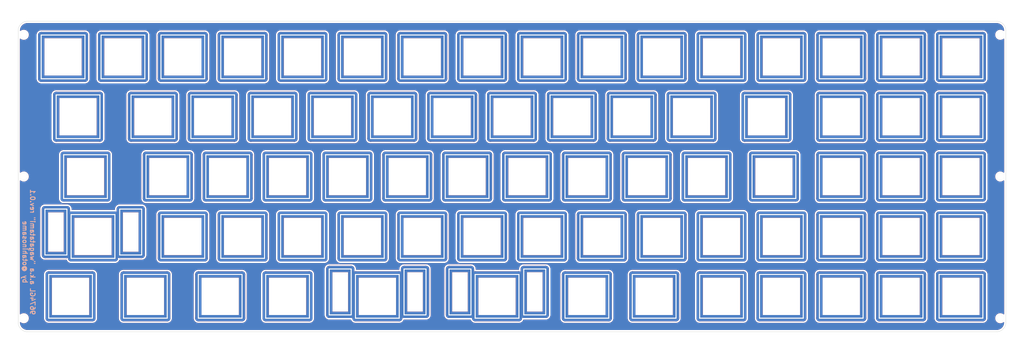
<source format=kicad_pcb>
(kicad_pcb (version 20171130) (host pcbnew "(5.1.10-1-10_14)")
  (layers (0 F.Cu signal hide) (31 B.Cu signal hide) (34 B.Paste user) (35 F.Paste user) (36 B.SilkS user) (37 F.SilkS user) (38 B.Mask user) (39 F.Mask user) (44 Edge.Cuts user))
  (net 0 "")
  (module sali_SW_Hole:SW_Hole_TH_2 (layer F.Cu) (at 166.6875 104.775 180)
    (fp_text reference SW2 hide)
    (fp_text value KEY_SWITCH hide)
    (fp_line (start -15.4 -6) (end -8.4 -6) (layer Edge.Cuts) (width 0.12))
    (fp_line (start -15.4 8.8) (end -15.4 -6) (layer Edge.Cuts) (width 0.12))
    (fp_line (start -8.4 8.8) (end -15.4 8.8) (layer Edge.Cuts) (width 0.12))
    (fp_line (start -8.4 -6) (end -8.4 8.8) (layer Edge.Cuts) (width 0.12))
    (fp_line (start 15.4 -6) (end 8.4 -6) (layer Edge.Cuts) (width 0.12))
    (fp_line (start 15.4 8.8) (end 15.4 -6) (layer Edge.Cuts) (width 0.12))
    (fp_line (start 8.4 8.8) (end 15.4 8.8) (layer Edge.Cuts) (width 0.12))
    (fp_line (start 8.4 -6) (end 8.4 8.8) (layer Edge.Cuts) (width 0.12))
    (fp_line (start -7.05 -7.05) (end 7.05 -7.05) (layer Edge.Cuts) (width 0.15))
    (fp_line (start 7.05 -7.05) (end 7.05 7.05) (layer Edge.Cuts) (width 0.15))
    (fp_line (start 7.05 7.05) (end -7.05 7.05) (layer Edge.Cuts) (width 0.15))
    (fp_line (start -7.05 7.05) (end -7.05 -7.05) (layer Edge.Cuts) (width 0.15))
    (pad 1 thru_hole oval (at -15.5 1.4 180) (size 2 16.6) (drill oval 0.3 14.9) (layers *.Cu *.Mask))
    (pad 1 thru_hole oval (at -8.5 1.4 180) (size 2 16.6) (drill oval 0.3 14.9) (layers *.Cu *.Mask))
    (pad 1 thru_hole oval (at -12 -5.9 270) (size 2 8.8) (drill oval 0.3 7.2) (layers *.Cu *.Mask))
    (pad 1 thru_hole oval (at -12 8.7 270) (size 2 8.8) (drill oval 0.3 7.2) (layers *.Cu *.Mask))
    (pad 1 thru_hole oval (at 11.8 8.7 270) (size 2 8.8) (drill oval 0.3 7.2) (layers *.Cu *.Mask))
    (pad 1 thru_hole oval (at -6.95 0 180) (size 2 15.9) (drill oval 0.3 14.2) (layers *.Cu *.Mask))
    (pad 1 thru_hole oval (at 6.95 0 180) (size 2 15.9) (drill oval 0.3 14.2) (layers *.Cu *.Mask))
    (pad 1 thru_hole oval (at 0 -6.95 270) (size 2 15.9) (drill oval 0.3 14.2) (layers *.Cu *.Mask))
    (pad 1 thru_hole oval (at 0 6.95 270) (size 2 15.9) (drill oval 0.3 14.2) (layers *.Cu *.Mask))
    (pad 1 thru_hole oval (at 15.3 1.4 180) (size 2 16.6) (drill oval 0.3 14.9) (layers *.Cu *.Mask))
    (pad 1 thru_hole oval (at 8.3 1.4 180) (size 2 16.6) (drill oval 0.3 14.9) (layers *.Cu *.Mask))
    (pad 1 thru_hole oval (at 11.8 -5.9 270) (size 2 8.8) (drill oval 0.3 7.2) (layers *.Cu *.Mask))
  )
  (module sali_SW_Hole:SW_Hole_TH_2 (layer F.Cu) (at 128.5875 104.775 180)
    (fp_text reference SW2 hide)
    (fp_text value KEY_SWITCH hide)
    (fp_line (start -15.4 -6) (end -8.4 -6) (layer Edge.Cuts) (width 0.12))
    (fp_line (start -15.4 8.8) (end -15.4 -6) (layer Edge.Cuts) (width 0.12))
    (fp_line (start -8.4 8.8) (end -15.4 8.8) (layer Edge.Cuts) (width 0.12))
    (fp_line (start -8.4 -6) (end -8.4 8.8) (layer Edge.Cuts) (width 0.12))
    (fp_line (start 15.4 -6) (end 8.4 -6) (layer Edge.Cuts) (width 0.12))
    (fp_line (start 15.4 8.8) (end 15.4 -6) (layer Edge.Cuts) (width 0.12))
    (fp_line (start 8.4 8.8) (end 15.4 8.8) (layer Edge.Cuts) (width 0.12))
    (fp_line (start 8.4 -6) (end 8.4 8.8) (layer Edge.Cuts) (width 0.12))
    (fp_line (start -7.05 -7.05) (end 7.05 -7.05) (layer Edge.Cuts) (width 0.15))
    (fp_line (start 7.05 -7.05) (end 7.05 7.05) (layer Edge.Cuts) (width 0.15))
    (fp_line (start 7.05 7.05) (end -7.05 7.05) (layer Edge.Cuts) (width 0.15))
    (fp_line (start -7.05 7.05) (end -7.05 -7.05) (layer Edge.Cuts) (width 0.15))
    (pad 1 thru_hole oval (at -15.5 1.4 180) (size 2 16.6) (drill oval 0.3 14.9) (layers *.Cu *.Mask))
    (pad 1 thru_hole oval (at -8.5 1.4 180) (size 2 16.6) (drill oval 0.3 14.9) (layers *.Cu *.Mask))
    (pad 1 thru_hole oval (at -12 -5.9 270) (size 2 8.8) (drill oval 0.3 7.2) (layers *.Cu *.Mask))
    (pad 1 thru_hole oval (at -12 8.7 270) (size 2 8.8) (drill oval 0.3 7.2) (layers *.Cu *.Mask))
    (pad 1 thru_hole oval (at 11.8 8.7 270) (size 2 8.8) (drill oval 0.3 7.2) (layers *.Cu *.Mask))
    (pad 1 thru_hole oval (at -6.95 0 180) (size 2 15.9) (drill oval 0.3 14.2) (layers *.Cu *.Mask))
    (pad 1 thru_hole oval (at 6.95 0 180) (size 2 15.9) (drill oval 0.3 14.2) (layers *.Cu *.Mask))
    (pad 1 thru_hole oval (at 0 -6.95 270) (size 2 15.9) (drill oval 0.3 14.2) (layers *.Cu *.Mask))
    (pad 1 thru_hole oval (at 0 6.95 270) (size 2 15.9) (drill oval 0.3 14.2) (layers *.Cu *.Mask))
    (pad 1 thru_hole oval (at 15.3 1.4 180) (size 2 16.6) (drill oval 0.3 14.9) (layers *.Cu *.Mask))
    (pad 1 thru_hole oval (at 8.3 1.4 180) (size 2 16.6) (drill oval 0.3 14.9) (layers *.Cu *.Mask))
    (pad 1 thru_hole oval (at 11.8 -5.9 270) (size 2 8.8) (drill oval 0.3 7.2) (layers *.Cu *.Mask))
  )
  (module sali_SW_Hole:SW_Hole_TH_2 (layer F.Cu) (at 38.1 85.725 180)
    (fp_text reference SW2 hide)
    (fp_text value KEY_SWITCH hide)
    (fp_line (start -15.4 -6) (end -8.4 -6) (layer Edge.Cuts) (width 0.12))
    (fp_line (start -15.4 8.8) (end -15.4 -6) (layer Edge.Cuts) (width 0.12))
    (fp_line (start -8.4 8.8) (end -15.4 8.8) (layer Edge.Cuts) (width 0.12))
    (fp_line (start -8.4 -6) (end -8.4 8.8) (layer Edge.Cuts) (width 0.12))
    (fp_line (start 15.4 -6) (end 8.4 -6) (layer Edge.Cuts) (width 0.12))
    (fp_line (start 15.4 8.8) (end 15.4 -6) (layer Edge.Cuts) (width 0.12))
    (fp_line (start 8.4 8.8) (end 15.4 8.8) (layer Edge.Cuts) (width 0.12))
    (fp_line (start 8.4 -6) (end 8.4 8.8) (layer Edge.Cuts) (width 0.12))
    (fp_line (start -7.05 -7.05) (end 7.05 -7.05) (layer Edge.Cuts) (width 0.15))
    (fp_line (start 7.05 -7.05) (end 7.05 7.05) (layer Edge.Cuts) (width 0.15))
    (fp_line (start 7.05 7.05) (end -7.05 7.05) (layer Edge.Cuts) (width 0.15))
    (fp_line (start -7.05 7.05) (end -7.05 -7.05) (layer Edge.Cuts) (width 0.15))
    (pad 1 thru_hole oval (at -15.5 1.4 180) (size 2 16.6) (drill oval 0.3 14.9) (layers *.Cu *.Mask))
    (pad 1 thru_hole oval (at -8.5 1.4 180) (size 2 16.6) (drill oval 0.3 14.9) (layers *.Cu *.Mask))
    (pad 1 thru_hole oval (at -12 -5.9 270) (size 2 8.8) (drill oval 0.3 7.2) (layers *.Cu *.Mask))
    (pad 1 thru_hole oval (at -12 8.7 270) (size 2 8.8) (drill oval 0.3 7.2) (layers *.Cu *.Mask))
    (pad 1 thru_hole oval (at 11.8 8.7 270) (size 2 8.8) (drill oval 0.3 7.2) (layers *.Cu *.Mask))
    (pad 1 thru_hole oval (at -6.95 0 180) (size 2 15.9) (drill oval 0.3 14.2) (layers *.Cu *.Mask))
    (pad 1 thru_hole oval (at 6.95 0 180) (size 2 15.9) (drill oval 0.3 14.2) (layers *.Cu *.Mask))
    (pad 1 thru_hole oval (at 0 -6.95 270) (size 2 15.9) (drill oval 0.3 14.2) (layers *.Cu *.Mask))
    (pad 1 thru_hole oval (at 0 6.95 270) (size 2 15.9) (drill oval 0.3 14.2) (layers *.Cu *.Mask))
    (pad 1 thru_hole oval (at 15.3 1.4 180) (size 2 16.6) (drill oval 0.3 14.9) (layers *.Cu *.Mask))
    (pad 1 thru_hole oval (at 8.3 1.4 180) (size 2 16.6) (drill oval 0.3 14.9) (layers *.Cu *.Mask))
    (pad 1 thru_hole oval (at 11.8 -5.9 270) (size 2 8.8) (drill oval 0.3 7.2) (layers *.Cu *.Mask))
  )
  (module sali_SW_Hole:SW_Hole_TH_1.25 (layer F.Cu) (at 54.76875 104.775)
    (fp_text reference SW7 hide)
    (fp_text value SW_PUSH hide)
    (fp_line (start 7.05 -7.05) (end 7.05 7.05) (layer Edge.Cuts) (width 0.12))
    (fp_line (start -7.05 7.05) (end -7.05 -7.05) (layer Edge.Cuts) (width 0.12))
    (fp_line (start -7.05 -7.05) (end 7.05 -7.05) (layer Edge.Cuts) (width 0.12))
    (fp_line (start 7.05 7.05) (end -7.05 7.05) (layer Edge.Cuts) (width 0.12))
    (pad 1 thru_hole oval (at 6.95 0) (size 2 15.9) (drill oval 0.3 14.2) (layers *.Cu *.Mask))
    (pad 1 thru_hole oval (at -6.95 0) (size 2 15.9) (drill oval 0.3 14.2) (layers *.Cu *.Mask))
    (pad 1 thru_hole oval (at 0 6.95 90) (size 2 15.9) (drill oval 0.3 14.2) (layers *.Cu *.Mask))
    (pad 1 thru_hole oval (at 0 -6.95 90) (size 2 15.9) (drill oval 0.3 14.2) (layers *.Cu *.Mask))
  )
  (module sali_SW_Hole:SW_Hole_TH_1.25 (layer F.Cu) (at 254.79375 66.675)
    (fp_text reference SW5 hide)
    (fp_text value SW_PUSH hide)
    (fp_line (start 7.05 -7.05) (end 7.05 7.05) (layer Edge.Cuts) (width 0.12))
    (fp_line (start -7.05 7.05) (end -7.05 -7.05) (layer Edge.Cuts) (width 0.12))
    (fp_line (start -7.05 -7.05) (end 7.05 -7.05) (layer Edge.Cuts) (width 0.12))
    (fp_line (start 7.05 7.05) (end -7.05 7.05) (layer Edge.Cuts) (width 0.12))
    (pad 1 thru_hole oval (at 6.95 0) (size 2 15.9) (drill oval 0.3 14.2) (layers *.Cu *.Mask))
    (pad 1 thru_hole oval (at -6.95 0) (size 2 15.9) (drill oval 0.3 14.2) (layers *.Cu *.Mask))
    (pad 1 thru_hole oval (at 0 6.95 90) (size 2 15.9) (drill oval 0.3 14.2) (layers *.Cu *.Mask))
    (pad 1 thru_hole oval (at 0 -6.95 90) (size 2 15.9) (drill oval 0.3 14.2) (layers *.Cu *.Mask))
  )
  (module sali_SW_Hole:SW_Hole_TH_1.25 (layer F.Cu) (at 216.69375 104.775)
    (fp_text reference SW5 hide)
    (fp_text value SW_PUSH hide)
    (fp_line (start 7.05 -7.05) (end 7.05 7.05) (layer Edge.Cuts) (width 0.12))
    (fp_line (start -7.05 7.05) (end -7.05 -7.05) (layer Edge.Cuts) (width 0.12))
    (fp_line (start -7.05 -7.05) (end 7.05 -7.05) (layer Edge.Cuts) (width 0.12))
    (fp_line (start 7.05 7.05) (end -7.05 7.05) (layer Edge.Cuts) (width 0.12))
    (pad 1 thru_hole oval (at 6.95 0) (size 2 15.9) (drill oval 0.3 14.2) (layers *.Cu *.Mask))
    (pad 1 thru_hole oval (at -6.95 0) (size 2 15.9) (drill oval 0.3 14.2) (layers *.Cu *.Mask))
    (pad 1 thru_hole oval (at 0 6.95 90) (size 2 15.9) (drill oval 0.3 14.2) (layers *.Cu *.Mask))
    (pad 1 thru_hole oval (at 0 -6.95 90) (size 2 15.9) (drill oval 0.3 14.2) (layers *.Cu *.Mask))
  )
  (module sali_SW_Hole:SW_Hole_TH_1.25 (layer F.Cu) (at 30.95625 104.775)
    (fp_text reference SW7 hide)
    (fp_text value SW_PUSH hide)
    (fp_line (start 7.05 -7.05) (end 7.05 7.05) (layer Edge.Cuts) (width 0.12))
    (fp_line (start -7.05 7.05) (end -7.05 -7.05) (layer Edge.Cuts) (width 0.12))
    (fp_line (start -7.05 -7.05) (end 7.05 -7.05) (layer Edge.Cuts) (width 0.12))
    (fp_line (start 7.05 7.05) (end -7.05 7.05) (layer Edge.Cuts) (width 0.12))
    (pad 1 thru_hole oval (at 6.95 0) (size 2 15.9) (drill oval 0.3 14.2) (layers *.Cu *.Mask))
    (pad 1 thru_hole oval (at -6.95 0) (size 2 15.9) (drill oval 0.3 14.2) (layers *.Cu *.Mask))
    (pad 1 thru_hole oval (at 0 6.95 90) (size 2 15.9) (drill oval 0.3 14.2) (layers *.Cu *.Mask))
    (pad 1 thru_hole oval (at 0 -6.95 90) (size 2 15.9) (drill oval 0.3 14.2) (layers *.Cu *.Mask))
  )
  (module sali_SW_Hole:SW_Hole_TH_1.25 (layer F.Cu) (at 78.58125 104.775)
    (fp_text reference SW7 hide)
    (fp_text value SW_PUSH hide)
    (fp_line (start 7.05 -7.05) (end 7.05 7.05) (layer Edge.Cuts) (width 0.12))
    (fp_line (start -7.05 7.05) (end -7.05 -7.05) (layer Edge.Cuts) (width 0.12))
    (fp_line (start -7.05 -7.05) (end 7.05 -7.05) (layer Edge.Cuts) (width 0.12))
    (fp_line (start 7.05 7.05) (end -7.05 7.05) (layer Edge.Cuts) (width 0.12))
    (pad 1 thru_hole oval (at 6.95 0) (size 2 15.9) (drill oval 0.3 14.2) (layers *.Cu *.Mask))
    (pad 1 thru_hole oval (at -6.95 0) (size 2 15.9) (drill oval 0.3 14.2) (layers *.Cu *.Mask))
    (pad 1 thru_hole oval (at 0 6.95 90) (size 2 15.9) (drill oval 0.3 14.2) (layers *.Cu *.Mask))
    (pad 1 thru_hole oval (at 0 -6.95 90) (size 2 15.9) (drill oval 0.3 14.2) (layers *.Cu *.Mask))
  )
  (module sali_SW_Hole:SW_Hole_TH_1.75 (layer F.Cu) (at 35.71875 66.675)
    (fp_text reference SW3 hide)
    (fp_text value SW_PUSH hide)
    (fp_line (start 7.05 -7.05) (end 7.05 7.05) (layer Edge.Cuts) (width 0.12))
    (fp_line (start -7.05 7.05) (end -7.05 -7.05) (layer Edge.Cuts) (width 0.12))
    (fp_line (start -7.05 -7.05) (end 7.05 -7.05) (layer Edge.Cuts) (width 0.12))
    (fp_line (start 7.05 7.05) (end -7.05 7.05) (layer Edge.Cuts) (width 0.12))
    (pad 1 thru_hole oval (at 6.95 0) (size 2 15.9) (drill oval 0.3 14.2) (layers *.Cu *.Mask))
    (pad 1 thru_hole oval (at -6.95 0) (size 2 15.9) (drill oval 0.3 14.2) (layers *.Cu *.Mask))
    (pad 1 thru_hole oval (at 0 6.95 90) (size 2 15.9) (drill oval 0.3 14.2) (layers *.Cu *.Mask))
    (pad 1 thru_hole oval (at 0 -6.95 90) (size 2 15.9) (drill oval 0.3 14.2) (layers *.Cu *.Mask))
  )
  (module sali_SW_Hole:SW_Hole_TH_1.5 (layer F.Cu) (at 33.3375 47.625)
    (fp_text reference SW2 hide)
    (fp_text value KEY_SWITCH hide)
    (fp_line (start 7.05 -7.05) (end 7.05 7.05) (layer Edge.Cuts) (width 0.12))
    (fp_line (start -7.05 7.05) (end -7.05 -7.05) (layer Edge.Cuts) (width 0.12))
    (fp_line (start -7.05 -7.05) (end 7.05 -7.05) (layer Edge.Cuts) (width 0.12))
    (fp_line (start 7.05 7.05) (end -7.05 7.05) (layer Edge.Cuts) (width 0.12))
    (pad 1 thru_hole oval (at 6.95 0) (size 2 15.9) (drill oval 0.3 14.2) (layers *.Cu *.Mask))
    (pad 1 thru_hole oval (at -6.95 0) (size 2 15.9) (drill oval 0.3 14.2) (layers *.Cu *.Mask))
    (pad 1 thru_hole oval (at 0 6.95 90) (size 2 15.9) (drill oval 0.3 14.2) (layers *.Cu *.Mask))
    (pad 1 thru_hole oval (at 0 -6.95 90) (size 2 15.9) (drill oval 0.3 14.2) (layers *.Cu *.Mask))
  )
  (module sali_SW_Hole:SW_Hole_TH_1.5 (layer F.Cu) (at 252.4125 47.625)
    (fp_text reference SW2 hide)
    (fp_text value KEY_SWITCH hide)
    (fp_line (start 7.05 -7.05) (end 7.05 7.05) (layer Edge.Cuts) (width 0.12))
    (fp_line (start -7.05 7.05) (end -7.05 -7.05) (layer Edge.Cuts) (width 0.12))
    (fp_line (start -7.05 -7.05) (end 7.05 -7.05) (layer Edge.Cuts) (width 0.12))
    (fp_line (start 7.05 7.05) (end -7.05 7.05) (layer Edge.Cuts) (width 0.12))
    (pad 1 thru_hole oval (at 6.95 0) (size 2 15.9) (drill oval 0.3 14.2) (layers *.Cu *.Mask))
    (pad 1 thru_hole oval (at -6.95 0) (size 2 15.9) (drill oval 0.3 14.2) (layers *.Cu *.Mask))
    (pad 1 thru_hole oval (at 0 6.95 90) (size 2 15.9) (drill oval 0.3 14.2) (layers *.Cu *.Mask))
    (pad 1 thru_hole oval (at 0 -6.95 90) (size 2 15.9) (drill oval 0.3 14.2) (layers *.Cu *.Mask))
  )
  (module sali_SW_Hole:SW_Hole_TH_1 (layer F.Cu) (at 257.175 104.775)
    (fp_text reference SW8 hide)
    (fp_text value SW_PUSH hide)
    (fp_line (start 7.05 -7.05) (end 7.05 7.05) (layer Edge.Cuts) (width 0.12))
    (fp_line (start -7.05 7.05) (end -7.05 -7.05) (layer Edge.Cuts) (width 0.12))
    (fp_line (start -7.05 -7.05) (end 7.05 -7.05) (layer Edge.Cuts) (width 0.12))
    (fp_line (start 7.05 7.05) (end -7.05 7.05) (layer Edge.Cuts) (width 0.12))
    (pad 1 thru_hole oval (at 6.95 0) (size 2 15.9) (drill oval 0.3 14.2) (layers *.Cu *.Mask))
    (pad 1 thru_hole oval (at -6.95 0) (size 2 15.9) (drill oval 0.3 14.2) (layers *.Cu *.Mask))
    (pad 1 thru_hole oval (at 0 6.95 90) (size 2 15.9) (drill oval 0.3 14.2) (layers *.Cu *.Mask))
    (pad 1 thru_hole oval (at 0 -6.95 90) (size 2 15.9) (drill oval 0.3 14.2) (layers *.Cu *.Mask))
  )
  (module sali_SW_Hole:SW_Hole_TH_1 (layer F.Cu) (at 238.125 104.775)
    (fp_text reference SW8 hide)
    (fp_text value SW_PUSH hide)
    (fp_line (start 7.05 -7.05) (end 7.05 7.05) (layer Edge.Cuts) (width 0.12))
    (fp_line (start -7.05 7.05) (end -7.05 -7.05) (layer Edge.Cuts) (width 0.12))
    (fp_line (start -7.05 -7.05) (end 7.05 -7.05) (layer Edge.Cuts) (width 0.12))
    (fp_line (start 7.05 7.05) (end -7.05 7.05) (layer Edge.Cuts) (width 0.12))
    (pad 1 thru_hole oval (at 6.95 0) (size 2 15.9) (drill oval 0.3 14.2) (layers *.Cu *.Mask))
    (pad 1 thru_hole oval (at -6.95 0) (size 2 15.9) (drill oval 0.3 14.2) (layers *.Cu *.Mask))
    (pad 1 thru_hole oval (at 0 6.95 90) (size 2 15.9) (drill oval 0.3 14.2) (layers *.Cu *.Mask))
    (pad 1 thru_hole oval (at 0 -6.95 90) (size 2 15.9) (drill oval 0.3 14.2) (layers *.Cu *.Mask))
  )
  (module sali_SW_Hole:SW_Hole_TH_1 (layer F.Cu) (at 295.275 66.675)
    (fp_text reference SW8 hide)
    (fp_text value SW_PUSH hide)
    (fp_line (start 7.05 -7.05) (end 7.05 7.05) (layer Edge.Cuts) (width 0.12))
    (fp_line (start -7.05 7.05) (end -7.05 -7.05) (layer Edge.Cuts) (width 0.12))
    (fp_line (start -7.05 -7.05) (end 7.05 -7.05) (layer Edge.Cuts) (width 0.12))
    (fp_line (start 7.05 7.05) (end -7.05 7.05) (layer Edge.Cuts) (width 0.12))
    (pad 1 thru_hole oval (at 6.95 0) (size 2 15.9) (drill oval 0.3 14.2) (layers *.Cu *.Mask))
    (pad 1 thru_hole oval (at -6.95 0) (size 2 15.9) (drill oval 0.3 14.2) (layers *.Cu *.Mask))
    (pad 1 thru_hole oval (at 0 6.95 90) (size 2 15.9) (drill oval 0.3 14.2) (layers *.Cu *.Mask))
    (pad 1 thru_hole oval (at 0 -6.95 90) (size 2 15.9) (drill oval 0.3 14.2) (layers *.Cu *.Mask))
  )
  (module sali_SW_Hole:SW_Hole_TH_1 (layer F.Cu) (at 295.275 47.625)
    (fp_text reference SW8 hide)
    (fp_text value SW_PUSH hide)
    (fp_line (start 7.05 -7.05) (end 7.05 7.05) (layer Edge.Cuts) (width 0.12))
    (fp_line (start -7.05 7.05) (end -7.05 -7.05) (layer Edge.Cuts) (width 0.12))
    (fp_line (start -7.05 -7.05) (end 7.05 -7.05) (layer Edge.Cuts) (width 0.12))
    (fp_line (start 7.05 7.05) (end -7.05 7.05) (layer Edge.Cuts) (width 0.12))
    (pad 1 thru_hole oval (at 6.95 0) (size 2 15.9) (drill oval 0.3 14.2) (layers *.Cu *.Mask))
    (pad 1 thru_hole oval (at -6.95 0) (size 2 15.9) (drill oval 0.3 14.2) (layers *.Cu *.Mask))
    (pad 1 thru_hole oval (at 0 6.95 90) (size 2 15.9) (drill oval 0.3 14.2) (layers *.Cu *.Mask))
    (pad 1 thru_hole oval (at 0 -6.95 90) (size 2 15.9) (drill oval 0.3 14.2) (layers *.Cu *.Mask))
  )
  (module sali_SW_Hole:SW_Hole_TH_1 (layer F.Cu) (at 195.2625 104.775)
    (fp_text reference SW8 hide)
    (fp_text value SW_PUSH hide)
    (fp_line (start 7.05 -7.05) (end 7.05 7.05) (layer Edge.Cuts) (width 0.12))
    (fp_line (start -7.05 7.05) (end -7.05 -7.05) (layer Edge.Cuts) (width 0.12))
    (fp_line (start -7.05 -7.05) (end 7.05 -7.05) (layer Edge.Cuts) (width 0.12))
    (fp_line (start 7.05 7.05) (end -7.05 7.05) (layer Edge.Cuts) (width 0.12))
    (pad 1 thru_hole oval (at 6.95 0) (size 2 15.9) (drill oval 0.3 14.2) (layers *.Cu *.Mask))
    (pad 1 thru_hole oval (at -6.95 0) (size 2 15.9) (drill oval 0.3 14.2) (layers *.Cu *.Mask))
    (pad 1 thru_hole oval (at 0 6.95 90) (size 2 15.9) (drill oval 0.3 14.2) (layers *.Cu *.Mask))
    (pad 1 thru_hole oval (at 0 -6.95 90) (size 2 15.9) (drill oval 0.3 14.2) (layers *.Cu *.Mask))
  )
  (module sali_SW_Hole:SW_Hole_TH_1 (layer F.Cu) (at 295.275 104.775)
    (fp_text reference SW8 hide)
    (fp_text value SW_PUSH hide)
    (fp_line (start 7.05 -7.05) (end 7.05 7.05) (layer Edge.Cuts) (width 0.12))
    (fp_line (start -7.05 7.05) (end -7.05 -7.05) (layer Edge.Cuts) (width 0.12))
    (fp_line (start -7.05 -7.05) (end 7.05 -7.05) (layer Edge.Cuts) (width 0.12))
    (fp_line (start 7.05 7.05) (end -7.05 7.05) (layer Edge.Cuts) (width 0.12))
    (pad 1 thru_hole oval (at 6.95 0) (size 2 15.9) (drill oval 0.3 14.2) (layers *.Cu *.Mask))
    (pad 1 thru_hole oval (at -6.95 0) (size 2 15.9) (drill oval 0.3 14.2) (layers *.Cu *.Mask))
    (pad 1 thru_hole oval (at 0 6.95 90) (size 2 15.9) (drill oval 0.3 14.2) (layers *.Cu *.Mask))
    (pad 1 thru_hole oval (at 0 -6.95 90) (size 2 15.9) (drill oval 0.3 14.2) (layers *.Cu *.Mask))
  )
  (module sali_SW_Hole:SW_Hole_TH_1 (layer F.Cu) (at 314.325 104.775)
    (fp_text reference SW8 hide)
    (fp_text value SW_PUSH hide)
    (fp_line (start 7.05 -7.05) (end 7.05 7.05) (layer Edge.Cuts) (width 0.12))
    (fp_line (start -7.05 7.05) (end -7.05 -7.05) (layer Edge.Cuts) (width 0.12))
    (fp_line (start -7.05 -7.05) (end 7.05 -7.05) (layer Edge.Cuts) (width 0.12))
    (fp_line (start 7.05 7.05) (end -7.05 7.05) (layer Edge.Cuts) (width 0.12))
    (pad 1 thru_hole oval (at 6.95 0) (size 2 15.9) (drill oval 0.3 14.2) (layers *.Cu *.Mask))
    (pad 1 thru_hole oval (at -6.95 0) (size 2 15.9) (drill oval 0.3 14.2) (layers *.Cu *.Mask))
    (pad 1 thru_hole oval (at 0 6.95 90) (size 2 15.9) (drill oval 0.3 14.2) (layers *.Cu *.Mask))
    (pad 1 thru_hole oval (at 0 -6.95 90) (size 2 15.9) (drill oval 0.3 14.2) (layers *.Cu *.Mask))
  )
  (module sali_SW_Hole:SW_Hole_TH_1 (layer F.Cu) (at 276.225 104.775)
    (fp_text reference SW8 hide)
    (fp_text value SW_PUSH hide)
    (fp_line (start 7.05 -7.05) (end 7.05 7.05) (layer Edge.Cuts) (width 0.12))
    (fp_line (start -7.05 7.05) (end -7.05 -7.05) (layer Edge.Cuts) (width 0.12))
    (fp_line (start -7.05 -7.05) (end 7.05 -7.05) (layer Edge.Cuts) (width 0.12))
    (fp_line (start 7.05 7.05) (end -7.05 7.05) (layer Edge.Cuts) (width 0.12))
    (pad 1 thru_hole oval (at 6.95 0) (size 2 15.9) (drill oval 0.3 14.2) (layers *.Cu *.Mask))
    (pad 1 thru_hole oval (at -6.95 0) (size 2 15.9) (drill oval 0.3 14.2) (layers *.Cu *.Mask))
    (pad 1 thru_hole oval (at 0 6.95 90) (size 2 15.9) (drill oval 0.3 14.2) (layers *.Cu *.Mask))
    (pad 1 thru_hole oval (at 0 -6.95 90) (size 2 15.9) (drill oval 0.3 14.2) (layers *.Cu *.Mask))
  )
  (module sali_SW_Hole:SW_Hole_TH_1 (layer F.Cu) (at 276.225 28.575)
    (fp_text reference SW4 hide)
    (fp_text value SW_PUSH hide)
    (fp_line (start 7.05 -7.05) (end 7.05 7.05) (layer Edge.Cuts) (width 0.12))
    (fp_line (start -7.05 7.05) (end -7.05 -7.05) (layer Edge.Cuts) (width 0.12))
    (fp_line (start -7.05 -7.05) (end 7.05 -7.05) (layer Edge.Cuts) (width 0.12))
    (fp_line (start 7.05 7.05) (end -7.05 7.05) (layer Edge.Cuts) (width 0.12))
    (pad 1 thru_hole oval (at 6.95 0) (size 2 15.9) (drill oval 0.3 14.2) (layers *.Cu *.Mask))
    (pad 1 thru_hole oval (at -6.95 0) (size 2 15.9) (drill oval 0.3 14.2) (layers *.Cu *.Mask))
    (pad 1 thru_hole oval (at 0 6.95 90) (size 2 15.9) (drill oval 0.3 14.2) (layers *.Cu *.Mask))
    (pad 1 thru_hole oval (at 0 -6.95 90) (size 2 15.9) (drill oval 0.3 14.2) (layers *.Cu *.Mask))
  )
  (module sali_SW_Hole:SW_Hole_TH_1 (layer F.Cu) (at 295.275 28.575)
    (fp_text reference SW4 hide)
    (fp_text value SW_PUSH hide)
    (fp_line (start 7.05 -7.05) (end 7.05 7.05) (layer Edge.Cuts) (width 0.12))
    (fp_line (start -7.05 7.05) (end -7.05 -7.05) (layer Edge.Cuts) (width 0.12))
    (fp_line (start -7.05 -7.05) (end 7.05 -7.05) (layer Edge.Cuts) (width 0.12))
    (fp_line (start 7.05 7.05) (end -7.05 7.05) (layer Edge.Cuts) (width 0.12))
    (pad 1 thru_hole oval (at 6.95 0) (size 2 15.9) (drill oval 0.3 14.2) (layers *.Cu *.Mask))
    (pad 1 thru_hole oval (at -6.95 0) (size 2 15.9) (drill oval 0.3 14.2) (layers *.Cu *.Mask))
    (pad 1 thru_hole oval (at 0 6.95 90) (size 2 15.9) (drill oval 0.3 14.2) (layers *.Cu *.Mask))
    (pad 1 thru_hole oval (at 0 -6.95 90) (size 2 15.9) (drill oval 0.3 14.2) (layers *.Cu *.Mask))
  )
  (module sali_SW_Hole:SW_Hole_TH_1 (layer F.Cu) (at 295.275 85.725)
    (fp_text reference SW8 hide)
    (fp_text value SW_PUSH hide)
    (fp_line (start 7.05 -7.05) (end 7.05 7.05) (layer Edge.Cuts) (width 0.12))
    (fp_line (start -7.05 7.05) (end -7.05 -7.05) (layer Edge.Cuts) (width 0.12))
    (fp_line (start -7.05 -7.05) (end 7.05 -7.05) (layer Edge.Cuts) (width 0.12))
    (fp_line (start 7.05 7.05) (end -7.05 7.05) (layer Edge.Cuts) (width 0.12))
    (pad 1 thru_hole oval (at 6.95 0) (size 2 15.9) (drill oval 0.3 14.2) (layers *.Cu *.Mask))
    (pad 1 thru_hole oval (at -6.95 0) (size 2 15.9) (drill oval 0.3 14.2) (layers *.Cu *.Mask))
    (pad 1 thru_hole oval (at 0 6.95 90) (size 2 15.9) (drill oval 0.3 14.2) (layers *.Cu *.Mask))
    (pad 1 thru_hole oval (at 0 -6.95 90) (size 2 15.9) (drill oval 0.3 14.2) (layers *.Cu *.Mask))
  )
  (module sali_SW_Hole:SW_Hole_TH_1 (layer F.Cu) (at 314.325 66.675)
    (fp_text reference SW4 hide)
    (fp_text value SW_PUSH hide)
    (fp_line (start 7.05 -7.05) (end 7.05 7.05) (layer Edge.Cuts) (width 0.12))
    (fp_line (start -7.05 7.05) (end -7.05 -7.05) (layer Edge.Cuts) (width 0.12))
    (fp_line (start -7.05 -7.05) (end 7.05 -7.05) (layer Edge.Cuts) (width 0.12))
    (fp_line (start 7.05 7.05) (end -7.05 7.05) (layer Edge.Cuts) (width 0.12))
    (pad 1 thru_hole oval (at 6.95 0) (size 2 15.9) (drill oval 0.3 14.2) (layers *.Cu *.Mask))
    (pad 1 thru_hole oval (at -6.95 0) (size 2 15.9) (drill oval 0.3 14.2) (layers *.Cu *.Mask))
    (pad 1 thru_hole oval (at 0 6.95 90) (size 2 15.9) (drill oval 0.3 14.2) (layers *.Cu *.Mask))
    (pad 1 thru_hole oval (at 0 -6.95 90) (size 2 15.9) (drill oval 0.3 14.2) (layers *.Cu *.Mask))
  )
  (module sali_SW_Hole:SW_Hole_TH_1 (layer F.Cu) (at 314.325 47.625)
    (fp_text reference SW8 hide)
    (fp_text value SW_PUSH hide)
    (fp_line (start 7.05 -7.05) (end 7.05 7.05) (layer Edge.Cuts) (width 0.12))
    (fp_line (start -7.05 7.05) (end -7.05 -7.05) (layer Edge.Cuts) (width 0.12))
    (fp_line (start -7.05 -7.05) (end 7.05 -7.05) (layer Edge.Cuts) (width 0.12))
    (fp_line (start 7.05 7.05) (end -7.05 7.05) (layer Edge.Cuts) (width 0.12))
    (pad 1 thru_hole oval (at 6.95 0) (size 2 15.9) (drill oval 0.3 14.2) (layers *.Cu *.Mask))
    (pad 1 thru_hole oval (at -6.95 0) (size 2 15.9) (drill oval 0.3 14.2) (layers *.Cu *.Mask))
    (pad 1 thru_hole oval (at 0 6.95 90) (size 2 15.9) (drill oval 0.3 14.2) (layers *.Cu *.Mask))
    (pad 1 thru_hole oval (at 0 -6.95 90) (size 2 15.9) (drill oval 0.3 14.2) (layers *.Cu *.Mask))
  )
  (module sali_SW_Hole:SW_Hole_TH_1 (layer F.Cu) (at 314.325 28.575)
    (fp_text reference SW4 hide)
    (fp_text value SW_PUSH hide)
    (fp_line (start 7.05 -7.05) (end 7.05 7.05) (layer Edge.Cuts) (width 0.12))
    (fp_line (start -7.05 7.05) (end -7.05 -7.05) (layer Edge.Cuts) (width 0.12))
    (fp_line (start -7.05 -7.05) (end 7.05 -7.05) (layer Edge.Cuts) (width 0.12))
    (fp_line (start 7.05 7.05) (end -7.05 7.05) (layer Edge.Cuts) (width 0.12))
    (pad 1 thru_hole oval (at 6.95 0) (size 2 15.9) (drill oval 0.3 14.2) (layers *.Cu *.Mask))
    (pad 1 thru_hole oval (at -6.95 0) (size 2 15.9) (drill oval 0.3 14.2) (layers *.Cu *.Mask))
    (pad 1 thru_hole oval (at 0 6.95 90) (size 2 15.9) (drill oval 0.3 14.2) (layers *.Cu *.Mask))
    (pad 1 thru_hole oval (at 0 -6.95 90) (size 2 15.9) (drill oval 0.3 14.2) (layers *.Cu *.Mask))
  )
  (module sali_SW_Hole:SW_Hole_TH_1 (layer F.Cu) (at 314.325 85.725)
    (fp_text reference SW8 hide)
    (fp_text value SW_PUSH hide)
    (fp_line (start 7.05 -7.05) (end 7.05 7.05) (layer Edge.Cuts) (width 0.12))
    (fp_line (start -7.05 7.05) (end -7.05 -7.05) (layer Edge.Cuts) (width 0.12))
    (fp_line (start -7.05 -7.05) (end 7.05 -7.05) (layer Edge.Cuts) (width 0.12))
    (fp_line (start 7.05 7.05) (end -7.05 7.05) (layer Edge.Cuts) (width 0.12))
    (pad 1 thru_hole oval (at 6.95 0) (size 2 15.9) (drill oval 0.3 14.2) (layers *.Cu *.Mask))
    (pad 1 thru_hole oval (at -6.95 0) (size 2 15.9) (drill oval 0.3 14.2) (layers *.Cu *.Mask))
    (pad 1 thru_hole oval (at 0 6.95 90) (size 2 15.9) (drill oval 0.3 14.2) (layers *.Cu *.Mask))
    (pad 1 thru_hole oval (at 0 -6.95 90) (size 2 15.9) (drill oval 0.3 14.2) (layers *.Cu *.Mask))
  )
  (module sali_SW_Hole:SW_Hole_TH_1 (layer F.Cu) (at 276.225 47.625)
    (fp_text reference SW8 hide)
    (fp_text value SW_PUSH hide)
    (fp_line (start 7.05 -7.05) (end 7.05 7.05) (layer Edge.Cuts) (width 0.12))
    (fp_line (start -7.05 7.05) (end -7.05 -7.05) (layer Edge.Cuts) (width 0.12))
    (fp_line (start -7.05 -7.05) (end 7.05 -7.05) (layer Edge.Cuts) (width 0.12))
    (fp_line (start 7.05 7.05) (end -7.05 7.05) (layer Edge.Cuts) (width 0.12))
    (pad 1 thru_hole oval (at 6.95 0) (size 2 15.9) (drill oval 0.3 14.2) (layers *.Cu *.Mask))
    (pad 1 thru_hole oval (at -6.95 0) (size 2 15.9) (drill oval 0.3 14.2) (layers *.Cu *.Mask))
    (pad 1 thru_hole oval (at 0 6.95 90) (size 2 15.9) (drill oval 0.3 14.2) (layers *.Cu *.Mask))
    (pad 1 thru_hole oval (at 0 -6.95 90) (size 2 15.9) (drill oval 0.3 14.2) (layers *.Cu *.Mask))
  )
  (module sali_SW_Hole:SW_Hole_TH_1 (layer F.Cu) (at 219.075 28.575)
    (fp_text reference SW4 hide)
    (fp_text value SW_PUSH hide)
    (fp_line (start 7.05 -7.05) (end 7.05 7.05) (layer Edge.Cuts) (width 0.12))
    (fp_line (start -7.05 7.05) (end -7.05 -7.05) (layer Edge.Cuts) (width 0.12))
    (fp_line (start -7.05 -7.05) (end 7.05 -7.05) (layer Edge.Cuts) (width 0.12))
    (fp_line (start 7.05 7.05) (end -7.05 7.05) (layer Edge.Cuts) (width 0.12))
    (pad 1 thru_hole oval (at 6.95 0) (size 2 15.9) (drill oval 0.3 14.2) (layers *.Cu *.Mask))
    (pad 1 thru_hole oval (at -6.95 0) (size 2 15.9) (drill oval 0.3 14.2) (layers *.Cu *.Mask))
    (pad 1 thru_hole oval (at 0 6.95 90) (size 2 15.9) (drill oval 0.3 14.2) (layers *.Cu *.Mask))
    (pad 1 thru_hole oval (at 0 -6.95 90) (size 2 15.9) (drill oval 0.3 14.2) (layers *.Cu *.Mask))
  )
  (module sali_SW_Hole:SW_Hole_TH_1 (layer F.Cu) (at 257.175 28.575)
    (fp_text reference SW4 hide)
    (fp_text value SW_PUSH hide)
    (fp_line (start 7.05 -7.05) (end 7.05 7.05) (layer Edge.Cuts) (width 0.12))
    (fp_line (start -7.05 7.05) (end -7.05 -7.05) (layer Edge.Cuts) (width 0.12))
    (fp_line (start -7.05 -7.05) (end 7.05 -7.05) (layer Edge.Cuts) (width 0.12))
    (fp_line (start 7.05 7.05) (end -7.05 7.05) (layer Edge.Cuts) (width 0.12))
    (pad 1 thru_hole oval (at 6.95 0) (size 2 15.9) (drill oval 0.3 14.2) (layers *.Cu *.Mask))
    (pad 1 thru_hole oval (at -6.95 0) (size 2 15.9) (drill oval 0.3 14.2) (layers *.Cu *.Mask))
    (pad 1 thru_hole oval (at 0 6.95 90) (size 2 15.9) (drill oval 0.3 14.2) (layers *.Cu *.Mask))
    (pad 1 thru_hole oval (at 0 -6.95 90) (size 2 15.9) (drill oval 0.3 14.2) (layers *.Cu *.Mask))
  )
  (module sali_SW_Hole:SW_Hole_TH_1 (layer F.Cu) (at 276.225 66.675)
    (fp_text reference SW4 hide)
    (fp_text value SW_PUSH hide)
    (fp_line (start 7.05 -7.05) (end 7.05 7.05) (layer Edge.Cuts) (width 0.12))
    (fp_line (start -7.05 7.05) (end -7.05 -7.05) (layer Edge.Cuts) (width 0.12))
    (fp_line (start -7.05 -7.05) (end 7.05 -7.05) (layer Edge.Cuts) (width 0.12))
    (fp_line (start 7.05 7.05) (end -7.05 7.05) (layer Edge.Cuts) (width 0.12))
    (pad 1 thru_hole oval (at 6.95 0) (size 2 15.9) (drill oval 0.3 14.2) (layers *.Cu *.Mask))
    (pad 1 thru_hole oval (at -6.95 0) (size 2 15.9) (drill oval 0.3 14.2) (layers *.Cu *.Mask))
    (pad 1 thru_hole oval (at 0 6.95 90) (size 2 15.9) (drill oval 0.3 14.2) (layers *.Cu *.Mask))
    (pad 1 thru_hole oval (at 0 -6.95 90) (size 2 15.9) (drill oval 0.3 14.2) (layers *.Cu *.Mask))
  )
  (module sali_SW_Hole:SW_Hole_TH_1 (layer F.Cu) (at 233.3625 66.675)
    (fp_text reference SW4 hide)
    (fp_text value SW_PUSH hide)
    (fp_line (start 7.05 -7.05) (end 7.05 7.05) (layer Edge.Cuts) (width 0.12))
    (fp_line (start -7.05 7.05) (end -7.05 -7.05) (layer Edge.Cuts) (width 0.12))
    (fp_line (start -7.05 -7.05) (end 7.05 -7.05) (layer Edge.Cuts) (width 0.12))
    (fp_line (start 7.05 7.05) (end -7.05 7.05) (layer Edge.Cuts) (width 0.12))
    (pad 1 thru_hole oval (at 6.95 0) (size 2 15.9) (drill oval 0.3 14.2) (layers *.Cu *.Mask))
    (pad 1 thru_hole oval (at -6.95 0) (size 2 15.9) (drill oval 0.3 14.2) (layers *.Cu *.Mask))
    (pad 1 thru_hole oval (at 0 6.95 90) (size 2 15.9) (drill oval 0.3 14.2) (layers *.Cu *.Mask))
    (pad 1 thru_hole oval (at 0 -6.95 90) (size 2 15.9) (drill oval 0.3 14.2) (layers *.Cu *.Mask))
  )
  (module sali_SW_Hole:SW_Hole_TH_1 (layer F.Cu) (at 228.6 47.625)
    (fp_text reference SW8 hide)
    (fp_text value SW_PUSH hide)
    (fp_line (start 7.05 -7.05) (end 7.05 7.05) (layer Edge.Cuts) (width 0.12))
    (fp_line (start -7.05 7.05) (end -7.05 -7.05) (layer Edge.Cuts) (width 0.12))
    (fp_line (start -7.05 -7.05) (end 7.05 -7.05) (layer Edge.Cuts) (width 0.12))
    (fp_line (start 7.05 7.05) (end -7.05 7.05) (layer Edge.Cuts) (width 0.12))
    (pad 1 thru_hole oval (at 6.95 0) (size 2 15.9) (drill oval 0.3 14.2) (layers *.Cu *.Mask))
    (pad 1 thru_hole oval (at -6.95 0) (size 2 15.9) (drill oval 0.3 14.2) (layers *.Cu *.Mask))
    (pad 1 thru_hole oval (at 0 6.95 90) (size 2 15.9) (drill oval 0.3 14.2) (layers *.Cu *.Mask))
    (pad 1 thru_hole oval (at 0 -6.95 90) (size 2 15.9) (drill oval 0.3 14.2) (layers *.Cu *.Mask))
  )
  (module sali_SW_Hole:SW_Hole_TH_1 (layer F.Cu) (at 238.125 85.725)
    (fp_text reference SW8 hide)
    (fp_text value SW_PUSH hide)
    (fp_line (start 7.05 -7.05) (end 7.05 7.05) (layer Edge.Cuts) (width 0.12))
    (fp_line (start -7.05 7.05) (end -7.05 -7.05) (layer Edge.Cuts) (width 0.12))
    (fp_line (start -7.05 -7.05) (end 7.05 -7.05) (layer Edge.Cuts) (width 0.12))
    (fp_line (start 7.05 7.05) (end -7.05 7.05) (layer Edge.Cuts) (width 0.12))
    (pad 1 thru_hole oval (at 6.95 0) (size 2 15.9) (drill oval 0.3 14.2) (layers *.Cu *.Mask))
    (pad 1 thru_hole oval (at -6.95 0) (size 2 15.9) (drill oval 0.3 14.2) (layers *.Cu *.Mask))
    (pad 1 thru_hole oval (at 0 6.95 90) (size 2 15.9) (drill oval 0.3 14.2) (layers *.Cu *.Mask))
    (pad 1 thru_hole oval (at 0 -6.95 90) (size 2 15.9) (drill oval 0.3 14.2) (layers *.Cu *.Mask))
  )
  (module sali_SW_Hole:SW_Hole_TH_1 (layer F.Cu) (at 238.125 28.575)
    (fp_text reference SW4 hide)
    (fp_text value SW_PUSH hide)
    (fp_line (start 7.05 -7.05) (end 7.05 7.05) (layer Edge.Cuts) (width 0.12))
    (fp_line (start -7.05 7.05) (end -7.05 -7.05) (layer Edge.Cuts) (width 0.12))
    (fp_line (start -7.05 -7.05) (end 7.05 -7.05) (layer Edge.Cuts) (width 0.12))
    (fp_line (start 7.05 7.05) (end -7.05 7.05) (layer Edge.Cuts) (width 0.12))
    (pad 1 thru_hole oval (at 6.95 0) (size 2 15.9) (drill oval 0.3 14.2) (layers *.Cu *.Mask))
    (pad 1 thru_hole oval (at -6.95 0) (size 2 15.9) (drill oval 0.3 14.2) (layers *.Cu *.Mask))
    (pad 1 thru_hole oval (at 0 6.95 90) (size 2 15.9) (drill oval 0.3 14.2) (layers *.Cu *.Mask))
    (pad 1 thru_hole oval (at 0 -6.95 90) (size 2 15.9) (drill oval 0.3 14.2) (layers *.Cu *.Mask))
  )
  (module sali_SW_Hole:SW_Hole_TH_1 (layer F.Cu) (at 257.175 85.725)
    (fp_text reference SW8 hide)
    (fp_text value SW_PUSH hide)
    (fp_line (start 7.05 -7.05) (end 7.05 7.05) (layer Edge.Cuts) (width 0.12))
    (fp_line (start -7.05 7.05) (end -7.05 -7.05) (layer Edge.Cuts) (width 0.12))
    (fp_line (start -7.05 -7.05) (end 7.05 -7.05) (layer Edge.Cuts) (width 0.12))
    (fp_line (start 7.05 7.05) (end -7.05 7.05) (layer Edge.Cuts) (width 0.12))
    (pad 1 thru_hole oval (at 6.95 0) (size 2 15.9) (drill oval 0.3 14.2) (layers *.Cu *.Mask))
    (pad 1 thru_hole oval (at -6.95 0) (size 2 15.9) (drill oval 0.3 14.2) (layers *.Cu *.Mask))
    (pad 1 thru_hole oval (at 0 6.95 90) (size 2 15.9) (drill oval 0.3 14.2) (layers *.Cu *.Mask))
    (pad 1 thru_hole oval (at 0 -6.95 90) (size 2 15.9) (drill oval 0.3 14.2) (layers *.Cu *.Mask))
  )
  (module sali_SW_Hole:SW_Hole_TH_1 (layer F.Cu) (at 276.225 85.725)
    (fp_text reference SW8 hide)
    (fp_text value SW_PUSH hide)
    (fp_line (start 7.05 -7.05) (end 7.05 7.05) (layer Edge.Cuts) (width 0.12))
    (fp_line (start -7.05 7.05) (end -7.05 -7.05) (layer Edge.Cuts) (width 0.12))
    (fp_line (start -7.05 -7.05) (end 7.05 -7.05) (layer Edge.Cuts) (width 0.12))
    (fp_line (start 7.05 7.05) (end -7.05 7.05) (layer Edge.Cuts) (width 0.12))
    (pad 1 thru_hole oval (at 6.95 0) (size 2 15.9) (drill oval 0.3 14.2) (layers *.Cu *.Mask))
    (pad 1 thru_hole oval (at -6.95 0) (size 2 15.9) (drill oval 0.3 14.2) (layers *.Cu *.Mask))
    (pad 1 thru_hole oval (at 0 6.95 90) (size 2 15.9) (drill oval 0.3 14.2) (layers *.Cu *.Mask))
    (pad 1 thru_hole oval (at 0 -6.95 90) (size 2 15.9) (drill oval 0.3 14.2) (layers *.Cu *.Mask))
  )
  (module sali_SW_Hole:SW_Hole_TH_1 (layer F.Cu) (at 190.5 47.625)
    (fp_text reference SW8 hide)
    (fp_text value SW_PUSH hide)
    (fp_line (start 7.05 -7.05) (end 7.05 7.05) (layer Edge.Cuts) (width 0.12))
    (fp_line (start -7.05 7.05) (end -7.05 -7.05) (layer Edge.Cuts) (width 0.12))
    (fp_line (start -7.05 -7.05) (end 7.05 -7.05) (layer Edge.Cuts) (width 0.12))
    (fp_line (start 7.05 7.05) (end -7.05 7.05) (layer Edge.Cuts) (width 0.12))
    (pad 1 thru_hole oval (at 6.95 0) (size 2 15.9) (drill oval 0.3 14.2) (layers *.Cu *.Mask))
    (pad 1 thru_hole oval (at -6.95 0) (size 2 15.9) (drill oval 0.3 14.2) (layers *.Cu *.Mask))
    (pad 1 thru_hole oval (at 0 6.95 90) (size 2 15.9) (drill oval 0.3 14.2) (layers *.Cu *.Mask))
    (pad 1 thru_hole oval (at 0 -6.95 90) (size 2 15.9) (drill oval 0.3 14.2) (layers *.Cu *.Mask))
  )
  (module sali_SW_Hole:SW_Hole_TH_1 (layer F.Cu) (at 214.3125 66.675)
    (fp_text reference SW4 hide)
    (fp_text value SW_PUSH hide)
    (fp_line (start 7.05 -7.05) (end 7.05 7.05) (layer Edge.Cuts) (width 0.12))
    (fp_line (start -7.05 7.05) (end -7.05 -7.05) (layer Edge.Cuts) (width 0.12))
    (fp_line (start -7.05 -7.05) (end 7.05 -7.05) (layer Edge.Cuts) (width 0.12))
    (fp_line (start 7.05 7.05) (end -7.05 7.05) (layer Edge.Cuts) (width 0.12))
    (pad 1 thru_hole oval (at 6.95 0) (size 2 15.9) (drill oval 0.3 14.2) (layers *.Cu *.Mask))
    (pad 1 thru_hole oval (at -6.95 0) (size 2 15.9) (drill oval 0.3 14.2) (layers *.Cu *.Mask))
    (pad 1 thru_hole oval (at 0 6.95 90) (size 2 15.9) (drill oval 0.3 14.2) (layers *.Cu *.Mask))
    (pad 1 thru_hole oval (at 0 -6.95 90) (size 2 15.9) (drill oval 0.3 14.2) (layers *.Cu *.Mask))
  )
  (module sali_SW_Hole:SW_Hole_TH_1 (layer F.Cu) (at 171.45 47.625)
    (fp_text reference SW8 hide)
    (fp_text value SW_PUSH hide)
    (fp_line (start 7.05 -7.05) (end 7.05 7.05) (layer Edge.Cuts) (width 0.12))
    (fp_line (start -7.05 7.05) (end -7.05 -7.05) (layer Edge.Cuts) (width 0.12))
    (fp_line (start -7.05 -7.05) (end 7.05 -7.05) (layer Edge.Cuts) (width 0.12))
    (fp_line (start 7.05 7.05) (end -7.05 7.05) (layer Edge.Cuts) (width 0.12))
    (pad 1 thru_hole oval (at 6.95 0) (size 2 15.9) (drill oval 0.3 14.2) (layers *.Cu *.Mask))
    (pad 1 thru_hole oval (at -6.95 0) (size 2 15.9) (drill oval 0.3 14.2) (layers *.Cu *.Mask))
    (pad 1 thru_hole oval (at 0 6.95 90) (size 2 15.9) (drill oval 0.3 14.2) (layers *.Cu *.Mask))
    (pad 1 thru_hole oval (at 0 -6.95 90) (size 2 15.9) (drill oval 0.3 14.2) (layers *.Cu *.Mask))
  )
  (module sali_SW_Hole:SW_Hole_TH_1 (layer F.Cu) (at 200.025 85.725)
    (fp_text reference SW8 hide)
    (fp_text value SW_PUSH hide)
    (fp_line (start 7.05 -7.05) (end 7.05 7.05) (layer Edge.Cuts) (width 0.12))
    (fp_line (start -7.05 7.05) (end -7.05 -7.05) (layer Edge.Cuts) (width 0.12))
    (fp_line (start -7.05 -7.05) (end 7.05 -7.05) (layer Edge.Cuts) (width 0.12))
    (fp_line (start 7.05 7.05) (end -7.05 7.05) (layer Edge.Cuts) (width 0.12))
    (pad 1 thru_hole oval (at 6.95 0) (size 2 15.9) (drill oval 0.3 14.2) (layers *.Cu *.Mask))
    (pad 1 thru_hole oval (at -6.95 0) (size 2 15.9) (drill oval 0.3 14.2) (layers *.Cu *.Mask))
    (pad 1 thru_hole oval (at 0 6.95 90) (size 2 15.9) (drill oval 0.3 14.2) (layers *.Cu *.Mask))
    (pad 1 thru_hole oval (at 0 -6.95 90) (size 2 15.9) (drill oval 0.3 14.2) (layers *.Cu *.Mask))
  )
  (module sali_SW_Hole:SW_Hole_TH_1 (layer F.Cu) (at 161.925 28.575)
    (fp_text reference SW4 hide)
    (fp_text value SW_PUSH hide)
    (fp_line (start 7.05 -7.05) (end 7.05 7.05) (layer Edge.Cuts) (width 0.12))
    (fp_line (start -7.05 7.05) (end -7.05 -7.05) (layer Edge.Cuts) (width 0.12))
    (fp_line (start -7.05 -7.05) (end 7.05 -7.05) (layer Edge.Cuts) (width 0.12))
    (fp_line (start 7.05 7.05) (end -7.05 7.05) (layer Edge.Cuts) (width 0.12))
    (pad 1 thru_hole oval (at 6.95 0) (size 2 15.9) (drill oval 0.3 14.2) (layers *.Cu *.Mask))
    (pad 1 thru_hole oval (at -6.95 0) (size 2 15.9) (drill oval 0.3 14.2) (layers *.Cu *.Mask))
    (pad 1 thru_hole oval (at 0 6.95 90) (size 2 15.9) (drill oval 0.3 14.2) (layers *.Cu *.Mask))
    (pad 1 thru_hole oval (at 0 -6.95 90) (size 2 15.9) (drill oval 0.3 14.2) (layers *.Cu *.Mask))
  )
  (module sali_SW_Hole:SW_Hole_TH_1 (layer F.Cu) (at 219.075 85.725)
    (fp_text reference SW8 hide)
    (fp_text value SW_PUSH hide)
    (fp_line (start 7.05 -7.05) (end 7.05 7.05) (layer Edge.Cuts) (width 0.12))
    (fp_line (start -7.05 7.05) (end -7.05 -7.05) (layer Edge.Cuts) (width 0.12))
    (fp_line (start -7.05 -7.05) (end 7.05 -7.05) (layer Edge.Cuts) (width 0.12))
    (fp_line (start 7.05 7.05) (end -7.05 7.05) (layer Edge.Cuts) (width 0.12))
    (pad 1 thru_hole oval (at 6.95 0) (size 2 15.9) (drill oval 0.3 14.2) (layers *.Cu *.Mask))
    (pad 1 thru_hole oval (at -6.95 0) (size 2 15.9) (drill oval 0.3 14.2) (layers *.Cu *.Mask))
    (pad 1 thru_hole oval (at 0 6.95 90) (size 2 15.9) (drill oval 0.3 14.2) (layers *.Cu *.Mask))
    (pad 1 thru_hole oval (at 0 -6.95 90) (size 2 15.9) (drill oval 0.3 14.2) (layers *.Cu *.Mask))
  )
  (module sali_SW_Hole:SW_Hole_TH_1 (layer F.Cu) (at 176.2125 66.675)
    (fp_text reference SW4 hide)
    (fp_text value SW_PUSH hide)
    (fp_line (start 7.05 -7.05) (end 7.05 7.05) (layer Edge.Cuts) (width 0.12))
    (fp_line (start -7.05 7.05) (end -7.05 -7.05) (layer Edge.Cuts) (width 0.12))
    (fp_line (start -7.05 -7.05) (end 7.05 -7.05) (layer Edge.Cuts) (width 0.12))
    (fp_line (start 7.05 7.05) (end -7.05 7.05) (layer Edge.Cuts) (width 0.12))
    (pad 1 thru_hole oval (at 6.95 0) (size 2 15.9) (drill oval 0.3 14.2) (layers *.Cu *.Mask))
    (pad 1 thru_hole oval (at -6.95 0) (size 2 15.9) (drill oval 0.3 14.2) (layers *.Cu *.Mask))
    (pad 1 thru_hole oval (at 0 6.95 90) (size 2 15.9) (drill oval 0.3 14.2) (layers *.Cu *.Mask))
    (pad 1 thru_hole oval (at 0 -6.95 90) (size 2 15.9) (drill oval 0.3 14.2) (layers *.Cu *.Mask))
  )
  (module sali_SW_Hole:SW_Hole_TH_1 (layer F.Cu) (at 180.975 28.575)
    (fp_text reference SW4 hide)
    (fp_text value SW_PUSH hide)
    (fp_line (start 7.05 -7.05) (end 7.05 7.05) (layer Edge.Cuts) (width 0.12))
    (fp_line (start -7.05 7.05) (end -7.05 -7.05) (layer Edge.Cuts) (width 0.12))
    (fp_line (start -7.05 -7.05) (end 7.05 -7.05) (layer Edge.Cuts) (width 0.12))
    (fp_line (start 7.05 7.05) (end -7.05 7.05) (layer Edge.Cuts) (width 0.12))
    (pad 1 thru_hole oval (at 6.95 0) (size 2 15.9) (drill oval 0.3 14.2) (layers *.Cu *.Mask))
    (pad 1 thru_hole oval (at -6.95 0) (size 2 15.9) (drill oval 0.3 14.2) (layers *.Cu *.Mask))
    (pad 1 thru_hole oval (at 0 6.95 90) (size 2 15.9) (drill oval 0.3 14.2) (layers *.Cu *.Mask))
    (pad 1 thru_hole oval (at 0 -6.95 90) (size 2 15.9) (drill oval 0.3 14.2) (layers *.Cu *.Mask))
  )
  (module sali_SW_Hole:SW_Hole_TH_1 (layer F.Cu) (at 209.55 47.625)
    (fp_text reference SW8 hide)
    (fp_text value SW_PUSH hide)
    (fp_line (start 7.05 -7.05) (end 7.05 7.05) (layer Edge.Cuts) (width 0.12))
    (fp_line (start -7.05 7.05) (end -7.05 -7.05) (layer Edge.Cuts) (width 0.12))
    (fp_line (start -7.05 -7.05) (end 7.05 -7.05) (layer Edge.Cuts) (width 0.12))
    (fp_line (start 7.05 7.05) (end -7.05 7.05) (layer Edge.Cuts) (width 0.12))
    (pad 1 thru_hole oval (at 6.95 0) (size 2 15.9) (drill oval 0.3 14.2) (layers *.Cu *.Mask))
    (pad 1 thru_hole oval (at -6.95 0) (size 2 15.9) (drill oval 0.3 14.2) (layers *.Cu *.Mask))
    (pad 1 thru_hole oval (at 0 6.95 90) (size 2 15.9) (drill oval 0.3 14.2) (layers *.Cu *.Mask))
    (pad 1 thru_hole oval (at 0 -6.95 90) (size 2 15.9) (drill oval 0.3 14.2) (layers *.Cu *.Mask))
  )
  (module sali_SW_Hole:SW_Hole_TH_1 (layer F.Cu) (at 200.025 28.575)
    (fp_text reference SW4 hide)
    (fp_text value SW_PUSH hide)
    (fp_line (start 7.05 -7.05) (end 7.05 7.05) (layer Edge.Cuts) (width 0.12))
    (fp_line (start -7.05 7.05) (end -7.05 -7.05) (layer Edge.Cuts) (width 0.12))
    (fp_line (start -7.05 -7.05) (end 7.05 -7.05) (layer Edge.Cuts) (width 0.12))
    (fp_line (start 7.05 7.05) (end -7.05 7.05) (layer Edge.Cuts) (width 0.12))
    (pad 1 thru_hole oval (at 6.95 0) (size 2 15.9) (drill oval 0.3 14.2) (layers *.Cu *.Mask))
    (pad 1 thru_hole oval (at -6.95 0) (size 2 15.9) (drill oval 0.3 14.2) (layers *.Cu *.Mask))
    (pad 1 thru_hole oval (at 0 6.95 90) (size 2 15.9) (drill oval 0.3 14.2) (layers *.Cu *.Mask))
    (pad 1 thru_hole oval (at 0 -6.95 90) (size 2 15.9) (drill oval 0.3 14.2) (layers *.Cu *.Mask))
  )
  (module sali_SW_Hole:SW_Hole_TH_1 (layer F.Cu) (at 180.975 85.725)
    (fp_text reference SW8 hide)
    (fp_text value SW_PUSH hide)
    (fp_line (start 7.05 -7.05) (end 7.05 7.05) (layer Edge.Cuts) (width 0.12))
    (fp_line (start -7.05 7.05) (end -7.05 -7.05) (layer Edge.Cuts) (width 0.12))
    (fp_line (start -7.05 -7.05) (end 7.05 -7.05) (layer Edge.Cuts) (width 0.12))
    (fp_line (start 7.05 7.05) (end -7.05 7.05) (layer Edge.Cuts) (width 0.12))
    (pad 1 thru_hole oval (at 6.95 0) (size 2 15.9) (drill oval 0.3 14.2) (layers *.Cu *.Mask))
    (pad 1 thru_hole oval (at -6.95 0) (size 2 15.9) (drill oval 0.3 14.2) (layers *.Cu *.Mask))
    (pad 1 thru_hole oval (at 0 6.95 90) (size 2 15.9) (drill oval 0.3 14.2) (layers *.Cu *.Mask))
    (pad 1 thru_hole oval (at 0 -6.95 90) (size 2 15.9) (drill oval 0.3 14.2) (layers *.Cu *.Mask))
  )
  (module sali_SW_Hole:SW_Hole_TH_1 (layer F.Cu) (at 195.2625 66.675)
    (fp_text reference SW4 hide)
    (fp_text value SW_PUSH hide)
    (fp_line (start 7.05 -7.05) (end 7.05 7.05) (layer Edge.Cuts) (width 0.12))
    (fp_line (start -7.05 7.05) (end -7.05 -7.05) (layer Edge.Cuts) (width 0.12))
    (fp_line (start -7.05 -7.05) (end 7.05 -7.05) (layer Edge.Cuts) (width 0.12))
    (fp_line (start 7.05 7.05) (end -7.05 7.05) (layer Edge.Cuts) (width 0.12))
    (pad 1 thru_hole oval (at 6.95 0) (size 2 15.9) (drill oval 0.3 14.2) (layers *.Cu *.Mask))
    (pad 1 thru_hole oval (at -6.95 0) (size 2 15.9) (drill oval 0.3 14.2) (layers *.Cu *.Mask))
    (pad 1 thru_hole oval (at 0 6.95 90) (size 2 15.9) (drill oval 0.3 14.2) (layers *.Cu *.Mask))
    (pad 1 thru_hole oval (at 0 -6.95 90) (size 2 15.9) (drill oval 0.3 14.2) (layers *.Cu *.Mask))
  )
  (module sali_SW_Hole:SW_Hole_TH_1 (layer F.Cu) (at 142.875 28.575)
    (fp_text reference SW4 hide)
    (fp_text value SW_PUSH hide)
    (fp_line (start 7.05 -7.05) (end 7.05 7.05) (layer Edge.Cuts) (width 0.12))
    (fp_line (start -7.05 7.05) (end -7.05 -7.05) (layer Edge.Cuts) (width 0.12))
    (fp_line (start -7.05 -7.05) (end 7.05 -7.05) (layer Edge.Cuts) (width 0.12))
    (fp_line (start 7.05 7.05) (end -7.05 7.05) (layer Edge.Cuts) (width 0.12))
    (pad 1 thru_hole oval (at 6.95 0) (size 2 15.9) (drill oval 0.3 14.2) (layers *.Cu *.Mask))
    (pad 1 thru_hole oval (at -6.95 0) (size 2 15.9) (drill oval 0.3 14.2) (layers *.Cu *.Mask))
    (pad 1 thru_hole oval (at 0 6.95 90) (size 2 15.9) (drill oval 0.3 14.2) (layers *.Cu *.Mask))
    (pad 1 thru_hole oval (at 0 -6.95 90) (size 2 15.9) (drill oval 0.3 14.2) (layers *.Cu *.Mask))
  )
  (module sali_SW_Hole:SW_Hole_TH_1 (layer F.Cu) (at 138.1125 66.675)
    (fp_text reference SW4 hide)
    (fp_text value SW_PUSH hide)
    (fp_line (start 7.05 -7.05) (end 7.05 7.05) (layer Edge.Cuts) (width 0.12))
    (fp_line (start -7.05 7.05) (end -7.05 -7.05) (layer Edge.Cuts) (width 0.12))
    (fp_line (start -7.05 -7.05) (end 7.05 -7.05) (layer Edge.Cuts) (width 0.12))
    (fp_line (start 7.05 7.05) (end -7.05 7.05) (layer Edge.Cuts) (width 0.12))
    (pad 1 thru_hole oval (at 6.95 0) (size 2 15.9) (drill oval 0.3 14.2) (layers *.Cu *.Mask))
    (pad 1 thru_hole oval (at -6.95 0) (size 2 15.9) (drill oval 0.3 14.2) (layers *.Cu *.Mask))
    (pad 1 thru_hole oval (at 0 6.95 90) (size 2 15.9) (drill oval 0.3 14.2) (layers *.Cu *.Mask))
    (pad 1 thru_hole oval (at 0 -6.95 90) (size 2 15.9) (drill oval 0.3 14.2) (layers *.Cu *.Mask))
  )
  (module sali_SW_Hole:SW_Hole_TH_1 (layer F.Cu) (at 123.825 85.725)
    (fp_text reference SW8 hide)
    (fp_text value SW_PUSH hide)
    (fp_line (start 7.05 -7.05) (end 7.05 7.05) (layer Edge.Cuts) (width 0.12))
    (fp_line (start -7.05 7.05) (end -7.05 -7.05) (layer Edge.Cuts) (width 0.12))
    (fp_line (start -7.05 -7.05) (end 7.05 -7.05) (layer Edge.Cuts) (width 0.12))
    (fp_line (start 7.05 7.05) (end -7.05 7.05) (layer Edge.Cuts) (width 0.12))
    (pad 1 thru_hole oval (at 6.95 0) (size 2 15.9) (drill oval 0.3 14.2) (layers *.Cu *.Mask))
    (pad 1 thru_hole oval (at -6.95 0) (size 2 15.9) (drill oval 0.3 14.2) (layers *.Cu *.Mask))
    (pad 1 thru_hole oval (at 0 6.95 90) (size 2 15.9) (drill oval 0.3 14.2) (layers *.Cu *.Mask))
    (pad 1 thru_hole oval (at 0 -6.95 90) (size 2 15.9) (drill oval 0.3 14.2) (layers *.Cu *.Mask))
  )
  (module sali_SW_Hole:SW_Hole_TH_1 (layer F.Cu) (at 123.825 28.575)
    (fp_text reference SW4 hide)
    (fp_text value SW_PUSH hide)
    (fp_line (start 7.05 -7.05) (end 7.05 7.05) (layer Edge.Cuts) (width 0.12))
    (fp_line (start -7.05 7.05) (end -7.05 -7.05) (layer Edge.Cuts) (width 0.12))
    (fp_line (start -7.05 -7.05) (end 7.05 -7.05) (layer Edge.Cuts) (width 0.12))
    (fp_line (start 7.05 7.05) (end -7.05 7.05) (layer Edge.Cuts) (width 0.12))
    (pad 1 thru_hole oval (at 6.95 0) (size 2 15.9) (drill oval 0.3 14.2) (layers *.Cu *.Mask))
    (pad 1 thru_hole oval (at -6.95 0) (size 2 15.9) (drill oval 0.3 14.2) (layers *.Cu *.Mask))
    (pad 1 thru_hole oval (at 0 6.95 90) (size 2 15.9) (drill oval 0.3 14.2) (layers *.Cu *.Mask))
    (pad 1 thru_hole oval (at 0 -6.95 90) (size 2 15.9) (drill oval 0.3 14.2) (layers *.Cu *.Mask))
  )
  (module sali_SW_Hole:SW_Hole_TH_1 (layer F.Cu) (at 157.1625 66.675)
    (fp_text reference SW4 hide)
    (fp_text value SW_PUSH hide)
    (fp_line (start 7.05 -7.05) (end 7.05 7.05) (layer Edge.Cuts) (width 0.12))
    (fp_line (start -7.05 7.05) (end -7.05 -7.05) (layer Edge.Cuts) (width 0.12))
    (fp_line (start -7.05 -7.05) (end 7.05 -7.05) (layer Edge.Cuts) (width 0.12))
    (fp_line (start 7.05 7.05) (end -7.05 7.05) (layer Edge.Cuts) (width 0.12))
    (pad 1 thru_hole oval (at 6.95 0) (size 2 15.9) (drill oval 0.3 14.2) (layers *.Cu *.Mask))
    (pad 1 thru_hole oval (at -6.95 0) (size 2 15.9) (drill oval 0.3 14.2) (layers *.Cu *.Mask))
    (pad 1 thru_hole oval (at 0 6.95 90) (size 2 15.9) (drill oval 0.3 14.2) (layers *.Cu *.Mask))
    (pad 1 thru_hole oval (at 0 -6.95 90) (size 2 15.9) (drill oval 0.3 14.2) (layers *.Cu *.Mask))
  )
  (module sali_SW_Hole:SW_Hole_TH_1 (layer F.Cu) (at 152.4 47.625)
    (fp_text reference SW8 hide)
    (fp_text value SW_PUSH hide)
    (fp_line (start 7.05 -7.05) (end 7.05 7.05) (layer Edge.Cuts) (width 0.12))
    (fp_line (start -7.05 7.05) (end -7.05 -7.05) (layer Edge.Cuts) (width 0.12))
    (fp_line (start -7.05 -7.05) (end 7.05 -7.05) (layer Edge.Cuts) (width 0.12))
    (fp_line (start 7.05 7.05) (end -7.05 7.05) (layer Edge.Cuts) (width 0.12))
    (pad 1 thru_hole oval (at 6.95 0) (size 2 15.9) (drill oval 0.3 14.2) (layers *.Cu *.Mask))
    (pad 1 thru_hole oval (at -6.95 0) (size 2 15.9) (drill oval 0.3 14.2) (layers *.Cu *.Mask))
    (pad 1 thru_hole oval (at 0 6.95 90) (size 2 15.9) (drill oval 0.3 14.2) (layers *.Cu *.Mask))
    (pad 1 thru_hole oval (at 0 -6.95 90) (size 2 15.9) (drill oval 0.3 14.2) (layers *.Cu *.Mask))
  )
  (module sali_SW_Hole:SW_Hole_TH_1 (layer F.Cu) (at 142.875 85.725)
    (fp_text reference SW8 hide)
    (fp_text value SW_PUSH hide)
    (fp_line (start 7.05 -7.05) (end 7.05 7.05) (layer Edge.Cuts) (width 0.12))
    (fp_line (start -7.05 7.05) (end -7.05 -7.05) (layer Edge.Cuts) (width 0.12))
    (fp_line (start -7.05 -7.05) (end 7.05 -7.05) (layer Edge.Cuts) (width 0.12))
    (fp_line (start 7.05 7.05) (end -7.05 7.05) (layer Edge.Cuts) (width 0.12))
    (pad 1 thru_hole oval (at 6.95 0) (size 2 15.9) (drill oval 0.3 14.2) (layers *.Cu *.Mask))
    (pad 1 thru_hole oval (at -6.95 0) (size 2 15.9) (drill oval 0.3 14.2) (layers *.Cu *.Mask))
    (pad 1 thru_hole oval (at 0 6.95 90) (size 2 15.9) (drill oval 0.3 14.2) (layers *.Cu *.Mask))
    (pad 1 thru_hole oval (at 0 -6.95 90) (size 2 15.9) (drill oval 0.3 14.2) (layers *.Cu *.Mask))
  )
  (module sali_SW_Hole:SW_Hole_TH_1 (layer F.Cu) (at 133.35 47.625)
    (fp_text reference SW8 hide)
    (fp_text value SW_PUSH hide)
    (fp_line (start 7.05 -7.05) (end 7.05 7.05) (layer Edge.Cuts) (width 0.12))
    (fp_line (start -7.05 7.05) (end -7.05 -7.05) (layer Edge.Cuts) (width 0.12))
    (fp_line (start -7.05 -7.05) (end 7.05 -7.05) (layer Edge.Cuts) (width 0.12))
    (fp_line (start 7.05 7.05) (end -7.05 7.05) (layer Edge.Cuts) (width 0.12))
    (pad 1 thru_hole oval (at 6.95 0) (size 2 15.9) (drill oval 0.3 14.2) (layers *.Cu *.Mask))
    (pad 1 thru_hole oval (at -6.95 0) (size 2 15.9) (drill oval 0.3 14.2) (layers *.Cu *.Mask))
    (pad 1 thru_hole oval (at 0 6.95 90) (size 2 15.9) (drill oval 0.3 14.2) (layers *.Cu *.Mask))
    (pad 1 thru_hole oval (at 0 -6.95 90) (size 2 15.9) (drill oval 0.3 14.2) (layers *.Cu *.Mask))
  )
  (module sali_SW_Hole:SW_Hole_TH_1 (layer F.Cu) (at 119.0625 66.675)
    (fp_text reference SW4 hide)
    (fp_text value SW_PUSH hide)
    (fp_line (start 7.05 -7.05) (end 7.05 7.05) (layer Edge.Cuts) (width 0.12))
    (fp_line (start -7.05 7.05) (end -7.05 -7.05) (layer Edge.Cuts) (width 0.12))
    (fp_line (start -7.05 -7.05) (end 7.05 -7.05) (layer Edge.Cuts) (width 0.12))
    (fp_line (start 7.05 7.05) (end -7.05 7.05) (layer Edge.Cuts) (width 0.12))
    (pad 1 thru_hole oval (at 6.95 0) (size 2 15.9) (drill oval 0.3 14.2) (layers *.Cu *.Mask))
    (pad 1 thru_hole oval (at -6.95 0) (size 2 15.9) (drill oval 0.3 14.2) (layers *.Cu *.Mask))
    (pad 1 thru_hole oval (at 0 6.95 90) (size 2 15.9) (drill oval 0.3 14.2) (layers *.Cu *.Mask))
    (pad 1 thru_hole oval (at 0 -6.95 90) (size 2 15.9) (drill oval 0.3 14.2) (layers *.Cu *.Mask))
  )
  (module sali_SW_Hole:SW_Hole_TH_1 (layer F.Cu) (at 161.925 85.725)
    (fp_text reference SW8 hide)
    (fp_text value SW_PUSH hide)
    (fp_line (start 7.05 -7.05) (end 7.05 7.05) (layer Edge.Cuts) (width 0.12))
    (fp_line (start -7.05 7.05) (end -7.05 -7.05) (layer Edge.Cuts) (width 0.12))
    (fp_line (start -7.05 -7.05) (end 7.05 -7.05) (layer Edge.Cuts) (width 0.12))
    (fp_line (start 7.05 7.05) (end -7.05 7.05) (layer Edge.Cuts) (width 0.12))
    (pad 1 thru_hole oval (at 6.95 0) (size 2 15.9) (drill oval 0.3 14.2) (layers *.Cu *.Mask))
    (pad 1 thru_hole oval (at -6.95 0) (size 2 15.9) (drill oval 0.3 14.2) (layers *.Cu *.Mask))
    (pad 1 thru_hole oval (at 0 6.95 90) (size 2 15.9) (drill oval 0.3 14.2) (layers *.Cu *.Mask))
    (pad 1 thru_hole oval (at 0 -6.95 90) (size 2 15.9) (drill oval 0.3 14.2) (layers *.Cu *.Mask))
  )
  (module sali_SW_Hole:SW_Hole_TH_1 (layer F.Cu) (at 104.775 28.575)
    (fp_text reference SW4 hide)
    (fp_text value SW_PUSH hide)
    (fp_line (start 7.05 -7.05) (end 7.05 7.05) (layer Edge.Cuts) (width 0.12))
    (fp_line (start -7.05 7.05) (end -7.05 -7.05) (layer Edge.Cuts) (width 0.12))
    (fp_line (start -7.05 -7.05) (end 7.05 -7.05) (layer Edge.Cuts) (width 0.12))
    (fp_line (start 7.05 7.05) (end -7.05 7.05) (layer Edge.Cuts) (width 0.12))
    (pad 1 thru_hole oval (at 6.95 0) (size 2 15.9) (drill oval 0.3 14.2) (layers *.Cu *.Mask))
    (pad 1 thru_hole oval (at -6.95 0) (size 2 15.9) (drill oval 0.3 14.2) (layers *.Cu *.Mask))
    (pad 1 thru_hole oval (at 0 6.95 90) (size 2 15.9) (drill oval 0.3 14.2) (layers *.Cu *.Mask))
    (pad 1 thru_hole oval (at 0 -6.95 90) (size 2 15.9) (drill oval 0.3 14.2) (layers *.Cu *.Mask))
  )
  (module sali_SW_Hole:SW_Hole_TH_1 (layer F.Cu) (at 114.3 47.625)
    (fp_text reference SW8 hide)
    (fp_text value SW_PUSH hide)
    (fp_line (start 7.05 -7.05) (end 7.05 7.05) (layer Edge.Cuts) (width 0.12))
    (fp_line (start -7.05 7.05) (end -7.05 -7.05) (layer Edge.Cuts) (width 0.12))
    (fp_line (start -7.05 -7.05) (end 7.05 -7.05) (layer Edge.Cuts) (width 0.12))
    (fp_line (start 7.05 7.05) (end -7.05 7.05) (layer Edge.Cuts) (width 0.12))
    (pad 1 thru_hole oval (at 6.95 0) (size 2 15.9) (drill oval 0.3 14.2) (layers *.Cu *.Mask))
    (pad 1 thru_hole oval (at -6.95 0) (size 2 15.9) (drill oval 0.3 14.2) (layers *.Cu *.Mask))
    (pad 1 thru_hole oval (at 0 6.95 90) (size 2 15.9) (drill oval 0.3 14.2) (layers *.Cu *.Mask))
    (pad 1 thru_hole oval (at 0 -6.95 90) (size 2 15.9) (drill oval 0.3 14.2) (layers *.Cu *.Mask))
  )
  (module sali_SW_Hole:SW_Hole_TH_1 (layer F.Cu) (at 100.0125 104.775)
    (fp_text reference SW8 hide)
    (fp_text value SW_PUSH hide)
    (fp_line (start 7.05 -7.05) (end 7.05 7.05) (layer Edge.Cuts) (width 0.12))
    (fp_line (start -7.05 7.05) (end -7.05 -7.05) (layer Edge.Cuts) (width 0.12))
    (fp_line (start -7.05 -7.05) (end 7.05 -7.05) (layer Edge.Cuts) (width 0.12))
    (fp_line (start 7.05 7.05) (end -7.05 7.05) (layer Edge.Cuts) (width 0.12))
    (pad 1 thru_hole oval (at 6.95 0) (size 2 15.9) (drill oval 0.3 14.2) (layers *.Cu *.Mask))
    (pad 1 thru_hole oval (at -6.95 0) (size 2 15.9) (drill oval 0.3 14.2) (layers *.Cu *.Mask))
    (pad 1 thru_hole oval (at 0 6.95 90) (size 2 15.9) (drill oval 0.3 14.2) (layers *.Cu *.Mask))
    (pad 1 thru_hole oval (at 0 -6.95 90) (size 2 15.9) (drill oval 0.3 14.2) (layers *.Cu *.Mask))
  )
  (module sali_SW_Hole:SW_Hole_TH_1 (layer F.Cu) (at 100.0125 66.675)
    (fp_text reference SW4 hide)
    (fp_text value SW_PUSH hide)
    (fp_line (start 7.05 -7.05) (end 7.05 7.05) (layer Edge.Cuts) (width 0.12))
    (fp_line (start -7.05 7.05) (end -7.05 -7.05) (layer Edge.Cuts) (width 0.12))
    (fp_line (start -7.05 -7.05) (end 7.05 -7.05) (layer Edge.Cuts) (width 0.12))
    (fp_line (start 7.05 7.05) (end -7.05 7.05) (layer Edge.Cuts) (width 0.12))
    (pad 1 thru_hole oval (at 6.95 0) (size 2 15.9) (drill oval 0.3 14.2) (layers *.Cu *.Mask))
    (pad 1 thru_hole oval (at -6.95 0) (size 2 15.9) (drill oval 0.3 14.2) (layers *.Cu *.Mask))
    (pad 1 thru_hole oval (at 0 6.95 90) (size 2 15.9) (drill oval 0.3 14.2) (layers *.Cu *.Mask))
    (pad 1 thru_hole oval (at 0 -6.95 90) (size 2 15.9) (drill oval 0.3 14.2) (layers *.Cu *.Mask))
  )
  (module sali_SW_Hole:SW_Hole_TH_1 (layer F.Cu) (at 85.725 28.575)
    (fp_text reference SW4 hide)
    (fp_text value SW_PUSH hide)
    (fp_line (start 7.05 -7.05) (end 7.05 7.05) (layer Edge.Cuts) (width 0.12))
    (fp_line (start -7.05 7.05) (end -7.05 -7.05) (layer Edge.Cuts) (width 0.12))
    (fp_line (start -7.05 -7.05) (end 7.05 -7.05) (layer Edge.Cuts) (width 0.12))
    (fp_line (start 7.05 7.05) (end -7.05 7.05) (layer Edge.Cuts) (width 0.12))
    (pad 1 thru_hole oval (at 6.95 0) (size 2 15.9) (drill oval 0.3 14.2) (layers *.Cu *.Mask))
    (pad 1 thru_hole oval (at -6.95 0) (size 2 15.9) (drill oval 0.3 14.2) (layers *.Cu *.Mask))
    (pad 1 thru_hole oval (at 0 6.95 90) (size 2 15.9) (drill oval 0.3 14.2) (layers *.Cu *.Mask))
    (pad 1 thru_hole oval (at 0 -6.95 90) (size 2 15.9) (drill oval 0.3 14.2) (layers *.Cu *.Mask))
  )
  (module sali_SW_Hole:SW_Hole_TH_1 (layer F.Cu) (at 104.775 85.725)
    (fp_text reference SW8 hide)
    (fp_text value SW_PUSH hide)
    (fp_line (start 7.05 -7.05) (end 7.05 7.05) (layer Edge.Cuts) (width 0.12))
    (fp_line (start -7.05 7.05) (end -7.05 -7.05) (layer Edge.Cuts) (width 0.12))
    (fp_line (start -7.05 -7.05) (end 7.05 -7.05) (layer Edge.Cuts) (width 0.12))
    (fp_line (start 7.05 7.05) (end -7.05 7.05) (layer Edge.Cuts) (width 0.12))
    (pad 1 thru_hole oval (at 6.95 0) (size 2 15.9) (drill oval 0.3 14.2) (layers *.Cu *.Mask))
    (pad 1 thru_hole oval (at -6.95 0) (size 2 15.9) (drill oval 0.3 14.2) (layers *.Cu *.Mask))
    (pad 1 thru_hole oval (at 0 6.95 90) (size 2 15.9) (drill oval 0.3 14.2) (layers *.Cu *.Mask))
    (pad 1 thru_hole oval (at 0 -6.95 90) (size 2 15.9) (drill oval 0.3 14.2) (layers *.Cu *.Mask))
  )
  (module sali_SW_Hole:SW_Hole_TH_1 (layer F.Cu) (at 95.25 47.625)
    (fp_text reference SW8 hide)
    (fp_text value SW_PUSH hide)
    (fp_line (start 7.05 -7.05) (end 7.05 7.05) (layer Edge.Cuts) (width 0.12))
    (fp_line (start -7.05 7.05) (end -7.05 -7.05) (layer Edge.Cuts) (width 0.12))
    (fp_line (start -7.05 -7.05) (end 7.05 -7.05) (layer Edge.Cuts) (width 0.12))
    (fp_line (start 7.05 7.05) (end -7.05 7.05) (layer Edge.Cuts) (width 0.12))
    (pad 1 thru_hole oval (at 6.95 0) (size 2 15.9) (drill oval 0.3 14.2) (layers *.Cu *.Mask))
    (pad 1 thru_hole oval (at -6.95 0) (size 2 15.9) (drill oval 0.3 14.2) (layers *.Cu *.Mask))
    (pad 1 thru_hole oval (at 0 6.95 90) (size 2 15.9) (drill oval 0.3 14.2) (layers *.Cu *.Mask))
    (pad 1 thru_hole oval (at 0 -6.95 90) (size 2 15.9) (drill oval 0.3 14.2) (layers *.Cu *.Mask))
  )
  (module sali_SW_Hole:SW_Hole_TH_1 (layer F.Cu) (at 85.725 85.725)
    (fp_text reference SW8 hide)
    (fp_text value SW_PUSH hide)
    (fp_line (start 7.05 -7.05) (end 7.05 7.05) (layer Edge.Cuts) (width 0.12))
    (fp_line (start -7.05 7.05) (end -7.05 -7.05) (layer Edge.Cuts) (width 0.12))
    (fp_line (start -7.05 -7.05) (end 7.05 -7.05) (layer Edge.Cuts) (width 0.12))
    (fp_line (start 7.05 7.05) (end -7.05 7.05) (layer Edge.Cuts) (width 0.12))
    (pad 1 thru_hole oval (at 6.95 0) (size 2 15.9) (drill oval 0.3 14.2) (layers *.Cu *.Mask))
    (pad 1 thru_hole oval (at -6.95 0) (size 2 15.9) (drill oval 0.3 14.2) (layers *.Cu *.Mask))
    (pad 1 thru_hole oval (at 0 6.95 90) (size 2 15.9) (drill oval 0.3 14.2) (layers *.Cu *.Mask))
    (pad 1 thru_hole oval (at 0 -6.95 90) (size 2 15.9) (drill oval 0.3 14.2) (layers *.Cu *.Mask))
  )
  (module sali_SW_Hole:SW_Hole_TH_1 (layer F.Cu) (at 80.9625 66.675)
    (fp_text reference SW4 hide)
    (fp_text value SW_PUSH hide)
    (fp_line (start 7.05 -7.05) (end 7.05 7.05) (layer Edge.Cuts) (width 0.12))
    (fp_line (start -7.05 7.05) (end -7.05 -7.05) (layer Edge.Cuts) (width 0.12))
    (fp_line (start -7.05 -7.05) (end 7.05 -7.05) (layer Edge.Cuts) (width 0.12))
    (fp_line (start 7.05 7.05) (end -7.05 7.05) (layer Edge.Cuts) (width 0.12))
    (pad 1 thru_hole oval (at 6.95 0) (size 2 15.9) (drill oval 0.3 14.2) (layers *.Cu *.Mask))
    (pad 1 thru_hole oval (at -6.95 0) (size 2 15.9) (drill oval 0.3 14.2) (layers *.Cu *.Mask))
    (pad 1 thru_hole oval (at 0 6.95 90) (size 2 15.9) (drill oval 0.3 14.2) (layers *.Cu *.Mask))
    (pad 1 thru_hole oval (at 0 -6.95 90) (size 2 15.9) (drill oval 0.3 14.2) (layers *.Cu *.Mask))
  )
  (module sali_SW_Hole:SW_Hole_TH_1 (layer F.Cu) (at 66.675 28.575)
    (fp_text reference SW4 hide)
    (fp_text value SW_PUSH hide)
    (fp_line (start 7.05 -7.05) (end 7.05 7.05) (layer Edge.Cuts) (width 0.12))
    (fp_line (start -7.05 7.05) (end -7.05 -7.05) (layer Edge.Cuts) (width 0.12))
    (fp_line (start -7.05 -7.05) (end 7.05 -7.05) (layer Edge.Cuts) (width 0.12))
    (fp_line (start 7.05 7.05) (end -7.05 7.05) (layer Edge.Cuts) (width 0.12))
    (pad 1 thru_hole oval (at 6.95 0) (size 2 15.9) (drill oval 0.3 14.2) (layers *.Cu *.Mask))
    (pad 1 thru_hole oval (at -6.95 0) (size 2 15.9) (drill oval 0.3 14.2) (layers *.Cu *.Mask))
    (pad 1 thru_hole oval (at 0 6.95 90) (size 2 15.9) (drill oval 0.3 14.2) (layers *.Cu *.Mask))
    (pad 1 thru_hole oval (at 0 -6.95 90) (size 2 15.9) (drill oval 0.3 14.2) (layers *.Cu *.Mask))
  )
  (module sali_SW_Hole:SW_Hole_TH_1 (layer F.Cu) (at 76.2 47.625)
    (fp_text reference SW8 hide)
    (fp_text value SW_PUSH hide)
    (fp_line (start 7.05 -7.05) (end 7.05 7.05) (layer Edge.Cuts) (width 0.12))
    (fp_line (start -7.05 7.05) (end -7.05 -7.05) (layer Edge.Cuts) (width 0.12))
    (fp_line (start -7.05 -7.05) (end 7.05 -7.05) (layer Edge.Cuts) (width 0.12))
    (fp_line (start 7.05 7.05) (end -7.05 7.05) (layer Edge.Cuts) (width 0.12))
    (pad 1 thru_hole oval (at 6.95 0) (size 2 15.9) (drill oval 0.3 14.2) (layers *.Cu *.Mask))
    (pad 1 thru_hole oval (at -6.95 0) (size 2 15.9) (drill oval 0.3 14.2) (layers *.Cu *.Mask))
    (pad 1 thru_hole oval (at 0 6.95 90) (size 2 15.9) (drill oval 0.3 14.2) (layers *.Cu *.Mask))
    (pad 1 thru_hole oval (at 0 -6.95 90) (size 2 15.9) (drill oval 0.3 14.2) (layers *.Cu *.Mask))
  )
  (module sali_SW_Hole:SW_Hole_TH_1 (layer F.Cu) (at 61.9125 66.675)
    (fp_text reference SW4 hide)
    (fp_text value SW_PUSH hide)
    (fp_line (start 7.05 -7.05) (end 7.05 7.05) (layer Edge.Cuts) (width 0.12))
    (fp_line (start -7.05 7.05) (end -7.05 -7.05) (layer Edge.Cuts) (width 0.12))
    (fp_line (start -7.05 -7.05) (end 7.05 -7.05) (layer Edge.Cuts) (width 0.12))
    (fp_line (start 7.05 7.05) (end -7.05 7.05) (layer Edge.Cuts) (width 0.12))
    (pad 1 thru_hole oval (at 6.95 0) (size 2 15.9) (drill oval 0.3 14.2) (layers *.Cu *.Mask))
    (pad 1 thru_hole oval (at -6.95 0) (size 2 15.9) (drill oval 0.3 14.2) (layers *.Cu *.Mask))
    (pad 1 thru_hole oval (at 0 6.95 90) (size 2 15.9) (drill oval 0.3 14.2) (layers *.Cu *.Mask))
    (pad 1 thru_hole oval (at 0 -6.95 90) (size 2 15.9) (drill oval 0.3 14.2) (layers *.Cu *.Mask))
  )
  (module sali_SW_Hole:SW_Hole_TH_1 (layer F.Cu) (at 66.675 85.725)
    (fp_text reference SW8 hide)
    (fp_text value SW_PUSH hide)
    (fp_line (start 7.05 -7.05) (end 7.05 7.05) (layer Edge.Cuts) (width 0.12))
    (fp_line (start -7.05 7.05) (end -7.05 -7.05) (layer Edge.Cuts) (width 0.12))
    (fp_line (start -7.05 -7.05) (end 7.05 -7.05) (layer Edge.Cuts) (width 0.12))
    (fp_line (start 7.05 7.05) (end -7.05 7.05) (layer Edge.Cuts) (width 0.12))
    (pad 1 thru_hole oval (at 6.95 0) (size 2 15.9) (drill oval 0.3 14.2) (layers *.Cu *.Mask))
    (pad 1 thru_hole oval (at -6.95 0) (size 2 15.9) (drill oval 0.3 14.2) (layers *.Cu *.Mask))
    (pad 1 thru_hole oval (at 0 6.95 90) (size 2 15.9) (drill oval 0.3 14.2) (layers *.Cu *.Mask))
    (pad 1 thru_hole oval (at 0 -6.95 90) (size 2 15.9) (drill oval 0.3 14.2) (layers *.Cu *.Mask))
  )
  (module sali_SW_Hole:SW_Hole_TH_1 (layer F.Cu) (at 28.575 28.575)
    (fp_text reference SW1 hide)
    (fp_text value SW_PUSH hide)
    (fp_line (start 7.05 -7.05) (end 7.05 7.05) (layer Edge.Cuts) (width 0.12))
    (fp_line (start -7.05 7.05) (end -7.05 -7.05) (layer Edge.Cuts) (width 0.12))
    (fp_line (start -7.05 -7.05) (end 7.05 -7.05) (layer Edge.Cuts) (width 0.12))
    (fp_line (start 7.05 7.05) (end -7.05 7.05) (layer Edge.Cuts) (width 0.12))
    (pad 1 thru_hole oval (at 6.95 0) (size 2 15.9) (drill oval 0.3 14.2) (layers *.Cu *.Mask))
    (pad 1 thru_hole oval (at -6.95 0) (size 2 15.9) (drill oval 0.3 14.2) (layers *.Cu *.Mask))
    (pad 1 thru_hole oval (at 0 6.95 90) (size 2 15.9) (drill oval 0.3 14.2) (layers *.Cu *.Mask))
    (pad 1 thru_hole oval (at 0 -6.95 90) (size 2 15.9) (drill oval 0.3 14.2) (layers *.Cu *.Mask))
  )
  (module sali_SW_Hole:SW_Hole_TH_1 (layer F.Cu) (at 47.625 28.575)
    (fp_text reference SW4 hide)
    (fp_text value SW_PUSH hide)
    (fp_line (start 7.05 -7.05) (end 7.05 7.05) (layer Edge.Cuts) (width 0.12))
    (fp_line (start -7.05 7.05) (end -7.05 -7.05) (layer Edge.Cuts) (width 0.12))
    (fp_line (start -7.05 -7.05) (end 7.05 -7.05) (layer Edge.Cuts) (width 0.12))
    (fp_line (start 7.05 7.05) (end -7.05 7.05) (layer Edge.Cuts) (width 0.12))
    (pad 1 thru_hole oval (at 6.95 0) (size 2 15.9) (drill oval 0.3 14.2) (layers *.Cu *.Mask))
    (pad 1 thru_hole oval (at -6.95 0) (size 2 15.9) (drill oval 0.3 14.2) (layers *.Cu *.Mask))
    (pad 1 thru_hole oval (at 0 6.95 90) (size 2 15.9) (drill oval 0.3 14.2) (layers *.Cu *.Mask))
    (pad 1 thru_hole oval (at 0 -6.95 90) (size 2 15.9) (drill oval 0.3 14.2) (layers *.Cu *.Mask))
  )
  (module sali_SW_Hole:SW_Hole_TH_1 (layer F.Cu) (at 57.15 47.625)
    (fp_text reference SW8 hide)
    (fp_text value SW_PUSH hide)
    (fp_line (start 7.05 -7.05) (end 7.05 7.05) (layer Edge.Cuts) (width 0.12))
    (fp_line (start -7.05 7.05) (end -7.05 -7.05) (layer Edge.Cuts) (width 0.12))
    (fp_line (start -7.05 -7.05) (end 7.05 -7.05) (layer Edge.Cuts) (width 0.12))
    (fp_line (start 7.05 7.05) (end -7.05 7.05) (layer Edge.Cuts) (width 0.12))
    (pad 1 thru_hole oval (at 6.95 0) (size 2 15.9) (drill oval 0.3 14.2) (layers *.Cu *.Mask))
    (pad 1 thru_hole oval (at -6.95 0) (size 2 15.9) (drill oval 0.3 14.2) (layers *.Cu *.Mask))
    (pad 1 thru_hole oval (at 0 6.95 90) (size 2 15.9) (drill oval 0.3 14.2) (layers *.Cu *.Mask))
    (pad 1 thru_hole oval (at 0 -6.95 90) (size 2 15.9) (drill oval 0.3 14.2) (layers *.Cu *.Mask))
  )
  (module kbd_Hole:m2_Screw_Hole_Fab (layer F.Cu) (at 331.825 120.25)
    (fp_text reference J17 hide)
    (fp_text value Conn_01x01 hide)
  )
  (module kbd_Hole:m2_Screw_Hole_Fab (layer F.Cu) (at 331.825 66.65)
    (fp_text reference J16 hide)
    (fp_text value Conn_01x01 hide)
  )
  (module kbd_Hole:m2_Screw_Hole_Fab (layer F.Cu) (at 331.825 13.05)
    (fp_text reference J15 hide)
    (fp_text value Conn_01x01 hide)
  )
  (module kbd_Hole:m2_Screw_Hole_Fab (layer F.Cu) (at 234.325 120.25)
    (fp_text reference J14 hide)
    (fp_text value Conn_01x01 hide)
  )
  (module kbd_Hole:m2_Screw_Hole_Fab (layer F.Cu) (at 108.575 120.25)
    (fp_text reference J13 hide)
    (fp_text value Conn_01x01 hide)
  )
  (module kbd_Hole:m2_Screw_Hole_Fab (layer F.Cu) (at 234.325 13.05)
    (fp_text reference J12 hide)
    (fp_text value Conn_01x01 hide)
  )
  (module kbd_Hole:m2_Screw_Hole_Fab (layer F.Cu) (at 108.575 13.05)
    (fp_text reference J11 hide)
    (fp_text value Conn_01x01 hide)
  )
  (module kbd_Hole:m2_Screw_Hole_Fab (layer F.Cu) (at 11.075 120.25)
    (fp_text reference J10 hide)
    (fp_text value Conn_01x01 hide)
  )
  (module kbd_Hole:m2_Screw_Hole_Fab (layer F.Cu) (at 11.075 66.65)
    (fp_text reference J9 hide)
    (fp_text value Conn_01x01 hide)
  )
  (module kbd_Hole:m2_Screw_Hole_Fab (layer F.Cu) (at 11.075 13.05)
    (fp_text reference J8 hide)
    (fp_text value Conn_01x01 hide)
  )
  (module kbd_Hole:m2_Screw_Hole_EdgeCuts (layer F.Cu) (at 326.825 111.75)
    (fp_text reference J7 hide)
    (fp_text value Conn_01x01 hide)
    (fp_circle (center 0 0) (end 1.1 0) (layer Edge.Cuts) (width 0.01))
  )
  (module kbd_Hole:m2_Screw_Hole_EdgeCuts (layer F.Cu) (at 326.825 66.65)
    (fp_text reference J6 hide)
    (fp_text value Conn_01x01 hide)
    (fp_circle (center 0 0) (end 1.1 0) (layer Edge.Cuts) (width 0.01))
  )
  (module kbd_Hole:m2_Screw_Hole_EdgeCuts (layer F.Cu) (at 326.825 21.55)
    (fp_text reference J5 hide)
    (fp_text value Conn_01x01 hide)
    (fp_circle (center 0 0) (end 1.1 0) (layer Edge.Cuts) (width 0.01))
  )
  (module kbd_Hole:m2_Screw_Hole_EdgeCuts (layer F.Cu) (at 16.075 111.75)
    (fp_text reference J4 hide)
    (fp_text value Conn_01x01 hide)
    (fp_circle (center 0 0) (end 1.1 0) (layer Edge.Cuts) (width 0.01))
  )
  (module kbd_Hole:m2_Screw_Hole_EdgeCuts (layer F.Cu) (at 16.075 66.65)
    (fp_text reference J3 hide)
    (fp_text value Conn_01x01 hide)
    (fp_circle (center 0 0) (end 1.1 0) (layer Edge.Cuts) (width 0.01))
  )
  (module kbd_Hole:m2_Screw_Hole_EdgeCuts (layer F.Cu) (at 16.075 21.55)
    (fp_text reference J2 hide)
    (fp_text value Conn_01x01 hide)
    (fp_circle (center 0 0) (end 1.1 0) (layer Edge.Cuts) (width 0.01))
  )
  (gr_text "9674GL a.k.a \"wagatatami\" rev.0.1\nby @otahinosame" (at 17.653 90.678 -90) (layer B.SilkS) (effects (font (size 1.5 1.5) (thickness 0.3)) (justify mirror)))
  (gr_arc (start 17.275 113.05) (end 14.275 113.05) (angle -90) (layer Edge.Cuts) (width 0.1))
  (gr_arc (start 17.275 20.25) (end 17.275 17.25) (angle -90) (layer Edge.Cuts) (width 0.1))
  (gr_arc (start 325.625 20.25) (end 328.625 20.25) (angle -90) (layer Edge.Cuts) (width 0.1))
  (gr_arc (start 325.625 113.05) (end 325.625 116.05) (angle -90) (layer Edge.Cuts) (width 0.1))
  (gr_line (start 328.625 113.05) (end 328.625 20.25) (layer Edge.Cuts) (width 0.1))
  (gr_line (start 17.275 116.05) (end 325.625 116.05) (layer Edge.Cuts) (width 0.1))
  (gr_line (start 14.275 20.25) (end 14.275 113.05) (layer Edge.Cuts) (width 0.1))
  (gr_line (start 325.625 17.25) (end 17.275 17.25) (layer Edge.Cuts) (width 0.1))
  (zone (net 0) (net_name "") (layer F.Cu) (connect_pads (clearance 0.508)) (min_thickness 0.254) (fill yes (arc_segments 32) (thermal_gap 0.508) (thermal_bridge_width 0.508))
    (polygon (pts (xy 329.184 18.796) (xy 329.184 114.808) (xy 327.152 116.84) (xy 15.748 116.84) (xy 13.716 114.808) (xy 13.716 18.796) (xy 15.748 16.764) (xy 326.644 16.764)))
  )
  (zone (net 0) (net_name "") (layer B.Cu) (connect_pads (clearance 0.508)) (min_thickness 0.254) (fill yes (arc_segments 32) (thermal_gap 0.508) (thermal_bridge_width 0.508))
    (polygon (pts (xy 329.184 18.796) (xy 329.184 114.808) (xy 327.152 116.84) (xy 15.748 116.84) (xy 13.716 114.808) (xy 13.716 18.796) (xy 15.748 16.764) (xy 326.644 16.764)))
  )
)
</source>
